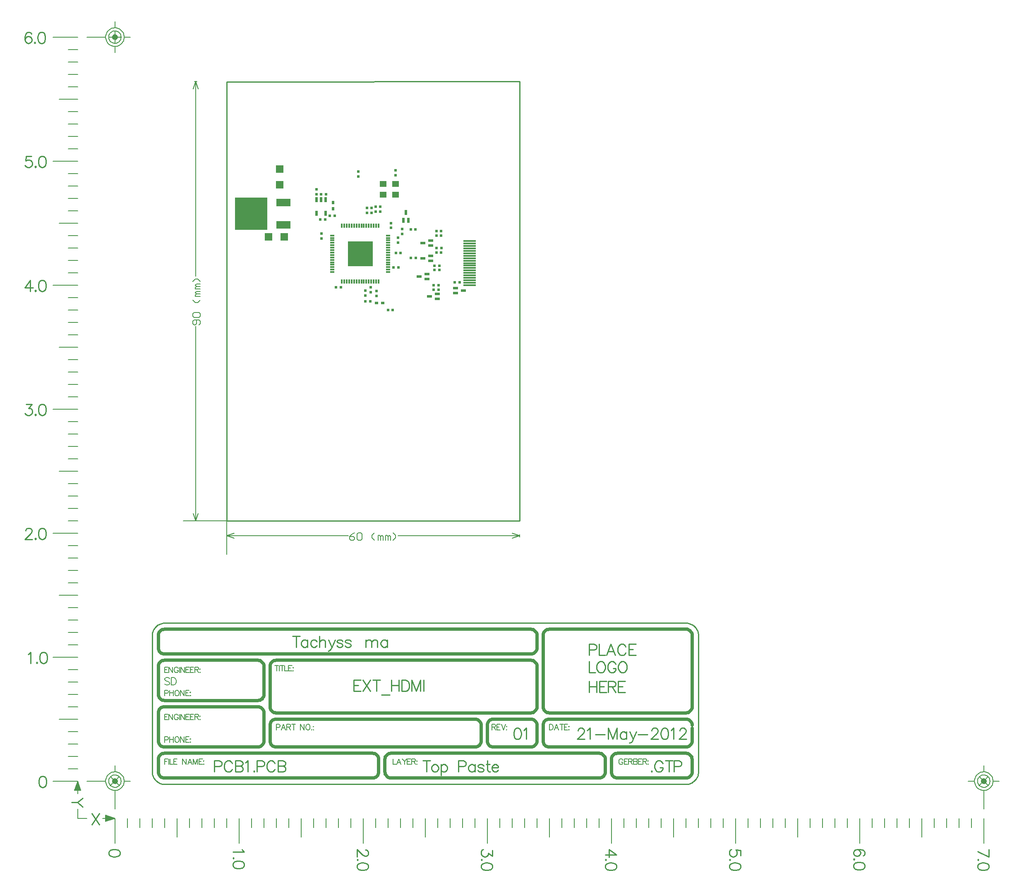
<source format=gtp>
%FSLAX44Y44*%
%MOMM*%
G71*
G01*
G75*
%ADD10R,0.5000X0.5000*%
%ADD11R,1.4000X1.2000*%
%ADD12R,0.5080X0.6350*%
%ADD13R,0.3000X0.9000*%
%ADD14R,0.9000X0.3000*%
%ADD15R,5.2000X5.2000*%
%ADD16R,1.6000X1.6000*%
%ADD17R,1.1000X0.6000*%
%ADD18R,6.7000X6.7000*%
%ADD19R,3.0000X1.6000*%
%ADD20R,2.6000X0.3000*%
%ADD21R,0.6350X0.5080*%
%ADD22R,0.6000X1.1000*%
%ADD23R,0.5000X1.0000*%
%ADD24C,0.5000*%
%ADD25C,0.3000*%
%ADD26C,0.2000*%
%ADD27C,0.2286*%
%ADD28C,0.6350*%
%ADD29C,0.2540*%
%ADD30C,0.2032*%
%ADD31C,0.2500*%
%ADD32C,0.1270*%
%ADD33C,0.1524*%
%ADD34C,2.4000*%
%ADD35R,1.6000X2.0000*%
%ADD36O,1.6000X2.0000*%
%ADD37C,6.0000*%
%ADD38C,2.3000*%
%ADD39C,3.3000*%
%ADD40C,2.0000*%
%ADD41R,2.0000X2.0000*%
%ADD42C,0.8000*%
%ADD43C,1.0000*%
%ADD44C,0.4000*%
D10*
X2255948Y2513648D02*
D03*
Y2523648D02*
D03*
X2246948Y2513648D02*
D03*
Y2523648D02*
D03*
X2228448Y2588648D02*
D03*
Y2598648D02*
D03*
X2398698Y2441648D02*
D03*
X2388698D02*
D03*
X2435948Y2371648D02*
D03*
X2425948D02*
D03*
X2318198Y2470398D02*
D03*
Y2480398D02*
D03*
X2183198Y2361648D02*
D03*
X2193198D02*
D03*
X2254448Y2351148D02*
D03*
Y2361148D02*
D03*
X2315448Y2431898D02*
D03*
X2305448D02*
D03*
X2295448Y2492898D02*
D03*
Y2482898D02*
D03*
X2170448Y2508148D02*
D03*
X2180448D02*
D03*
X2153198Y2471648D02*
D03*
Y2461648D02*
D03*
X2309698Y2453148D02*
D03*
Y2463148D02*
D03*
X2300698Y2402398D02*
D03*
X2310698D02*
D03*
X2243198Y2332898D02*
D03*
X2253198D02*
D03*
X2243448Y2354398D02*
D03*
Y2344398D02*
D03*
X2266448Y2353398D02*
D03*
Y2343398D02*
D03*
X2160948Y2499898D02*
D03*
X2150948D02*
D03*
X2143198Y2561898D02*
D03*
Y2551898D02*
D03*
X2152448Y2552148D02*
D03*
X2162448D02*
D03*
X2394448Y2396648D02*
D03*
X2384448D02*
D03*
X2394448Y2405648D02*
D03*
X2384448D02*
D03*
X2398448Y2466898D02*
D03*
X2388448D02*
D03*
X2304698Y2590648D02*
D03*
Y2600648D02*
D03*
X2273948Y2526398D02*
D03*
Y2516398D02*
D03*
X2264698Y2526648D02*
D03*
Y2516648D02*
D03*
X2299448Y2314648D02*
D03*
X2289448D02*
D03*
X2346448Y2421648D02*
D03*
X2336448D02*
D03*
X2345948Y2479648D02*
D03*
X2335948D02*
D03*
X2388448Y2476648D02*
D03*
X2398448D02*
D03*
X2383198Y2365648D02*
D03*
X2393198D02*
D03*
X2388448Y2432398D02*
D03*
X2398448D02*
D03*
X2383198Y2356648D02*
D03*
X2393198D02*
D03*
D11*
X2304698Y2573148D02*
D03*
Y2551148D02*
D03*
X2279298D02*
D03*
Y2573148D02*
D03*
D12*
X2177448Y2522198D02*
D03*
Y2534898D02*
D03*
D13*
X2245198Y2372898D02*
D03*
X2195198D02*
D03*
X2250198D02*
D03*
X2265197D02*
D03*
X2255197D02*
D03*
X2195198Y2487198D02*
D03*
X2200198Y2487198D02*
D03*
X2205198D02*
D03*
X2210198D02*
D03*
X2215198D02*
D03*
X2220198D02*
D03*
X2225198D02*
D03*
X2230198D02*
D03*
X2235198D02*
D03*
X2240198D02*
D03*
X2245198D02*
D03*
X2250198D02*
D03*
X2255197D02*
D03*
X2260197D02*
D03*
X2265197D02*
D03*
X2270197D02*
D03*
X2270197Y2372898D02*
D03*
X2260197D02*
D03*
X2240198D02*
D03*
X2235198D02*
D03*
X2230198D02*
D03*
X2225198D02*
D03*
X2220198D02*
D03*
X2215198D02*
D03*
X2210198D02*
D03*
X2205198D02*
D03*
X2200198D02*
D03*
D14*
X2175548Y2457548D02*
D03*
X2289848Y2462548D02*
D03*
Y2432548D02*
D03*
Y2402548D02*
D03*
Y2427548D02*
D03*
X2175548Y2392548D02*
D03*
Y2397548D02*
D03*
Y2402548D02*
D03*
Y2407548D02*
D03*
Y2412548D02*
D03*
Y2417548D02*
D03*
Y2422548D02*
D03*
Y2427548D02*
D03*
Y2432548D02*
D03*
Y2437548D02*
D03*
Y2442548D02*
D03*
Y2447548D02*
D03*
Y2452548D02*
D03*
Y2462548D02*
D03*
Y2467548D02*
D03*
X2289848D02*
D03*
Y2457548D02*
D03*
Y2452548D02*
D03*
Y2447548D02*
D03*
Y2442548D02*
D03*
Y2437548D02*
D03*
Y2422548D02*
D03*
Y2417548D02*
D03*
Y2412548D02*
D03*
Y2407548D02*
D03*
Y2397548D02*
D03*
Y2392548D02*
D03*
D15*
X2232698Y2430048D02*
D03*
D16*
X2044948Y2464648D02*
D03*
X2076948D02*
D03*
X2067698Y2603398D02*
D03*
Y2571398D02*
D03*
D17*
X2376698Y2446898D02*
D03*
Y2456898D02*
D03*
X2360698Y2451898D02*
D03*
X2427698Y2359898D02*
D03*
Y2349898D02*
D03*
X2443698Y2354898D02*
D03*
X2369448Y2378398D02*
D03*
X2376698Y2415898D02*
D03*
X2360698Y2420898D02*
D03*
X2376698Y2425898D02*
D03*
X2374448Y2342648D02*
D03*
X2390448Y2347648D02*
D03*
Y2337648D02*
D03*
X2353448Y2383398D02*
D03*
X2369448Y2388398D02*
D03*
D18*
X2009448Y2512148D02*
D03*
D19*
X2075948Y2535148D02*
D03*
Y2489148D02*
D03*
D20*
X2456348Y2450898D02*
D03*
Y2365898D02*
D03*
Y2370898D02*
D03*
Y2425898D02*
D03*
Y2455898D02*
D03*
Y2445898D02*
D03*
Y2385898D02*
D03*
Y2435898D02*
D03*
Y2440898D02*
D03*
Y2395898D02*
D03*
Y2400898D02*
D03*
Y2390898D02*
D03*
Y2380898D02*
D03*
Y2410898D02*
D03*
Y2420898D02*
D03*
Y2415898D02*
D03*
Y2405898D02*
D03*
Y2430898D02*
D03*
Y2375898D02*
D03*
D21*
X2278698Y2329148D02*
D03*
X2265998D02*
D03*
D22*
X2326448Y2514898D02*
D03*
X2331448Y2498898D02*
D03*
X2321448D02*
D03*
D23*
X2162198Y2512898D02*
D03*
X2143198D02*
D03*
X2162198Y2540898D02*
D03*
X2152698D02*
D03*
X2143198D02*
D03*
D26*
X2559398Y1850218D02*
Y1855298D01*
X1959398Y1850218D02*
Y1855298D01*
X2544158Y1847678D02*
X2559398Y1852758D01*
X2544158Y1857838D02*
X2559398Y1852758D01*
X1959398D02*
X1974638Y1847678D01*
X1959398Y1852758D02*
X1974638Y1857838D01*
X2310437Y1852758D02*
X2559398D01*
X1959398D02*
X2208359D01*
X1959398Y1814658D02*
Y1883238D01*
X1893358Y2783238D02*
X1898438D01*
X1893358Y1883238D02*
X1898438D01*
X1895898Y2783238D02*
X1900978Y2767998D01*
X1890818D02*
X1895898Y2783238D01*
Y1883238D02*
X1900978Y1898478D01*
X1890818D02*
X1895898Y1883238D01*
Y2384277D02*
Y2783238D01*
Y1883238D02*
Y2282199D01*
X1870498Y1883238D02*
X1959398D01*
D27*
X2829166Y1371065D02*
X2828078Y1369977D01*
X2829166Y1368888D01*
X2830255Y1369977D01*
X2829166Y1371065D01*
X2851586Y1386302D02*
X2850497Y1388478D01*
X2848321Y1390655D01*
X2846144Y1391743D01*
X2841791D01*
X2839614Y1390655D01*
X2837437Y1388478D01*
X2836349Y1386302D01*
X2835261Y1383036D01*
Y1377595D01*
X2836349Y1374330D01*
X2837437Y1372153D01*
X2839614Y1369977D01*
X2841791Y1368888D01*
X2846144D01*
X2848321Y1369977D01*
X2850497Y1372153D01*
X2851586Y1374330D01*
Y1377595D01*
X2846144D02*
X2851586D01*
X2864428Y1391743D02*
Y1368888D01*
X2856810Y1391743D02*
X2872047D01*
X2874767Y1379772D02*
X2884562D01*
X2887827Y1380860D01*
X2888916Y1381948D01*
X2890004Y1384125D01*
Y1387390D01*
X2888916Y1389567D01*
X2887827Y1390655D01*
X2884562Y1391743D01*
X2874767D01*
Y1368888D01*
X2101636Y1647013D02*
Y1624158D01*
X2094018Y1647013D02*
X2109254D01*
X2125035Y1639395D02*
Y1624158D01*
Y1636130D02*
X2122859Y1638306D01*
X2120682Y1639395D01*
X2117417D01*
X2115240Y1638306D01*
X2113064Y1636130D01*
X2111975Y1632865D01*
Y1630688D01*
X2113064Y1627423D01*
X2115240Y1625246D01*
X2117417Y1624158D01*
X2120682D01*
X2122859Y1625246D01*
X2125035Y1627423D01*
X2144190Y1636130D02*
X2142013Y1638306D01*
X2139837Y1639395D01*
X2136572D01*
X2134395Y1638306D01*
X2132218Y1636130D01*
X2131130Y1632865D01*
Y1630688D01*
X2132218Y1627423D01*
X2134395Y1625246D01*
X2136572Y1624158D01*
X2139837D01*
X2142013Y1625246D01*
X2144190Y1627423D01*
X2149088Y1647013D02*
Y1624158D01*
Y1635042D02*
X2152353Y1638306D01*
X2154529Y1639395D01*
X2157794D01*
X2159971Y1638306D01*
X2161059Y1635042D01*
Y1624158D01*
X2168134Y1639395D02*
X2174664Y1624158D01*
X2181194Y1639395D02*
X2174664Y1624158D01*
X2172487Y1619805D01*
X2170310Y1617628D01*
X2168134Y1616540D01*
X2167045D01*
X2196974Y1636130D02*
X2195886Y1638306D01*
X2192621Y1639395D01*
X2189356D01*
X2186091Y1638306D01*
X2185003Y1636130D01*
X2186091Y1633953D01*
X2188268Y1632865D01*
X2193709Y1631776D01*
X2195886Y1630688D01*
X2196974Y1628512D01*
Y1627423D01*
X2195886Y1625246D01*
X2192621Y1624158D01*
X2189356D01*
X2186091Y1625246D01*
X2185003Y1627423D01*
X2213735Y1636130D02*
X2212646Y1638306D01*
X2209382Y1639395D01*
X2206116D01*
X2202852Y1638306D01*
X2201763Y1636130D01*
X2202852Y1633953D01*
X2205028Y1632865D01*
X2210470Y1631776D01*
X2212646Y1630688D01*
X2213735Y1628512D01*
Y1627423D01*
X2212646Y1625246D01*
X2209382Y1624158D01*
X2206116D01*
X2202852Y1625246D01*
X2201763Y1627423D01*
X2243664Y1639395D02*
Y1624158D01*
Y1635042D02*
X2246929Y1638306D01*
X2249106Y1639395D01*
X2252371D01*
X2254548Y1638306D01*
X2255636Y1635042D01*
Y1624158D01*
Y1635042D02*
X2258901Y1638306D01*
X2261078Y1639395D01*
X2264343D01*
X2266519Y1638306D01*
X2267608Y1635042D01*
Y1624158D01*
X2287851Y1639395D02*
Y1624158D01*
Y1636130D02*
X2285674Y1638306D01*
X2283497Y1639395D01*
X2280232D01*
X2278056Y1638306D01*
X2275879Y1636130D01*
X2274791Y1632865D01*
Y1630688D01*
X2275879Y1627423D01*
X2278056Y1625246D01*
X2280232Y1624158D01*
X2283497D01*
X2285674Y1625246D01*
X2287851Y1627423D01*
X2233896Y1556843D02*
X2219748D01*
Y1533988D01*
X2233896D01*
X2219748Y1545960D02*
X2228454D01*
X2237705Y1556843D02*
X2252942Y1533988D01*
Y1556843D02*
X2237705Y1533988D01*
X2265676Y1556843D02*
Y1533988D01*
X2258057Y1556843D02*
X2273294D01*
X2276015Y1526370D02*
X2293428D01*
X2296367Y1556843D02*
Y1533988D01*
X2311603Y1556843D02*
Y1533988D01*
X2296367Y1545960D02*
X2311603D01*
X2317916Y1556843D02*
Y1533988D01*
Y1556843D02*
X2325534D01*
X2328799Y1555755D01*
X2330976Y1553578D01*
X2332064Y1551402D01*
X2333152Y1548136D01*
Y1542695D01*
X2332064Y1539430D01*
X2330976Y1537253D01*
X2328799Y1535076D01*
X2325534Y1533988D01*
X2317916D01*
X2338268Y1556843D02*
Y1533988D01*
Y1556843D02*
X2346974Y1533988D01*
X2355681Y1556843D02*
X2346974Y1533988D01*
X2355681Y1556843D02*
Y1533988D01*
X2362211Y1556843D02*
Y1533988D01*
X1933998Y1379772D02*
X1943793D01*
X1947058Y1380860D01*
X1948146Y1381948D01*
X1949234Y1384125D01*
Y1387390D01*
X1948146Y1389567D01*
X1947058Y1390655D01*
X1943793Y1391743D01*
X1933998D01*
Y1368888D01*
X1970675Y1386302D02*
X1969586Y1388478D01*
X1967410Y1390655D01*
X1965233Y1391743D01*
X1960880D01*
X1958703Y1390655D01*
X1956526Y1388478D01*
X1955438Y1386302D01*
X1954350Y1383036D01*
Y1377595D01*
X1955438Y1374330D01*
X1956526Y1372153D01*
X1958703Y1369977D01*
X1960880Y1368888D01*
X1965233D01*
X1967410Y1369977D01*
X1969586Y1372153D01*
X1970675Y1374330D01*
X1977096Y1391743D02*
Y1368888D01*
Y1391743D02*
X1986891D01*
X1990156Y1390655D01*
X1991244Y1389567D01*
X1992333Y1387390D01*
Y1385213D01*
X1991244Y1383036D01*
X1990156Y1381948D01*
X1986891Y1380860D01*
X1977096D02*
X1986891D01*
X1990156Y1379772D01*
X1991244Y1378683D01*
X1992333Y1376507D01*
Y1373241D01*
X1991244Y1371065D01*
X1990156Y1369977D01*
X1986891Y1368888D01*
X1977096D01*
X1997448Y1387390D02*
X1999624Y1388478D01*
X2002890Y1391743D01*
Y1368888D01*
X2015297Y1371065D02*
X2014208Y1369977D01*
X2015297Y1368888D01*
X2016385Y1369977D01*
X2015297Y1371065D01*
X2021391Y1379772D02*
X2031186D01*
X2034451Y1380860D01*
X2035540Y1381948D01*
X2036628Y1384125D01*
Y1387390D01*
X2035540Y1389567D01*
X2034451Y1390655D01*
X2031186Y1391743D01*
X2021391D01*
Y1368888D01*
X2058068Y1386302D02*
X2056980Y1388478D01*
X2054803Y1390655D01*
X2052627Y1391743D01*
X2048273D01*
X2046096Y1390655D01*
X2043920Y1388478D01*
X2042832Y1386302D01*
X2041743Y1383036D01*
Y1377595D01*
X2042832Y1374330D01*
X2043920Y1372153D01*
X2046096Y1369977D01*
X2048273Y1368888D01*
X2052627D01*
X2054803Y1369977D01*
X2056980Y1372153D01*
X2058068Y1374330D01*
X2064489Y1391743D02*
Y1368888D01*
Y1391743D02*
X2074285D01*
X2077549Y1390655D01*
X2078638Y1389567D01*
X2079726Y1387390D01*
Y1385213D01*
X2078638Y1383036D01*
X2077549Y1381948D01*
X2074285Y1380860D01*
X2064489D02*
X2074285D01*
X2077549Y1379772D01*
X2078638Y1378683D01*
X2079726Y1376507D01*
Y1373241D01*
X2078638Y1371065D01*
X2077549Y1369977D01*
X2074285Y1368888D01*
X2064489D01*
X2368336Y1391743D02*
Y1368888D01*
X2360718Y1391743D02*
X2375954D01*
X2384117Y1384125D02*
X2381940Y1383036D01*
X2379764Y1380860D01*
X2378675Y1377595D01*
Y1375418D01*
X2379764Y1372153D01*
X2381940Y1369977D01*
X2384117Y1368888D01*
X2387382D01*
X2389559Y1369977D01*
X2391735Y1372153D01*
X2392824Y1375418D01*
Y1377595D01*
X2391735Y1380860D01*
X2389559Y1383036D01*
X2387382Y1384125D01*
X2384117D01*
X2397830D02*
Y1361270D01*
Y1380860D02*
X2400007Y1383036D01*
X2402183Y1384125D01*
X2405448D01*
X2407625Y1383036D01*
X2409802Y1380860D01*
X2410890Y1377595D01*
Y1375418D01*
X2409802Y1372153D01*
X2407625Y1369977D01*
X2405448Y1368888D01*
X2402183D01*
X2400007Y1369977D01*
X2397830Y1372153D01*
X2433745Y1379772D02*
X2443540D01*
X2446805Y1380860D01*
X2447894Y1381948D01*
X2448982Y1384125D01*
Y1387390D01*
X2447894Y1389567D01*
X2446805Y1390655D01*
X2443540Y1391743D01*
X2433745D01*
Y1368888D01*
X2467157Y1384125D02*
Y1368888D01*
Y1380860D02*
X2464980Y1383036D01*
X2462804Y1384125D01*
X2459539D01*
X2457362Y1383036D01*
X2455185Y1380860D01*
X2454097Y1377595D01*
Y1375418D01*
X2455185Y1372153D01*
X2457362Y1369977D01*
X2459539Y1368888D01*
X2462804D01*
X2464980Y1369977D01*
X2467157Y1372153D01*
X2485224Y1380860D02*
X2484135Y1383036D01*
X2480870Y1384125D01*
X2477605D01*
X2474340Y1383036D01*
X2473252Y1380860D01*
X2474340Y1378683D01*
X2476517Y1377595D01*
X2481958Y1376507D01*
X2484135Y1375418D01*
X2485224Y1373241D01*
Y1372153D01*
X2484135Y1369977D01*
X2480870Y1368888D01*
X2477605D01*
X2474340Y1369977D01*
X2473252Y1372153D01*
X2493277Y1391743D02*
Y1373241D01*
X2494366Y1369977D01*
X2496542Y1368888D01*
X2498719D01*
X2490012Y1384125D02*
X2497631D01*
X2501984Y1377595D02*
X2515044D01*
Y1379772D01*
X2513956Y1381948D01*
X2512867Y1383036D01*
X2510691Y1384125D01*
X2507426D01*
X2505249Y1383036D01*
X2503072Y1380860D01*
X2501984Y1377595D01*
Y1375418D01*
X2503072Y1372153D01*
X2505249Y1369977D01*
X2507426Y1368888D01*
X2510691D01*
X2512867Y1369977D01*
X2515044Y1372153D01*
X2553303Y1458418D02*
X2550038Y1457330D01*
X2547861Y1454065D01*
X2546773Y1448623D01*
Y1445358D01*
X2547861Y1439917D01*
X2550038Y1436651D01*
X2553303Y1435563D01*
X2555479D01*
X2558744Y1436651D01*
X2560921Y1439917D01*
X2562009Y1445358D01*
Y1448623D01*
X2560921Y1454065D01*
X2558744Y1457330D01*
X2555479Y1458418D01*
X2553303D01*
X2567125Y1454065D02*
X2569301Y1455153D01*
X2572566Y1458418D01*
Y1435563D01*
X2701078Y1618531D02*
X2710873D01*
X2714138Y1619620D01*
X2715226Y1620708D01*
X2716314Y1622885D01*
Y1626150D01*
X2715226Y1628327D01*
X2714138Y1629415D01*
X2710873Y1630503D01*
X2701078D01*
Y1607648D01*
X2721430Y1630503D02*
Y1607648D01*
X2734490D01*
X2754406D02*
X2745699Y1630503D01*
X2736993Y1607648D01*
X2740258Y1615267D02*
X2751141D01*
X2776064Y1625061D02*
X2774976Y1627238D01*
X2772799Y1629415D01*
X2770623Y1630503D01*
X2766269D01*
X2764092Y1629415D01*
X2761916Y1627238D01*
X2760827Y1625061D01*
X2759739Y1621797D01*
Y1616355D01*
X2760827Y1613090D01*
X2761916Y1610913D01*
X2764092Y1608737D01*
X2766269Y1607648D01*
X2770623D01*
X2772799Y1608737D01*
X2774976Y1610913D01*
X2776064Y1613090D01*
X2796634Y1630503D02*
X2782485D01*
Y1607648D01*
X2796634D01*
X2782485Y1619620D02*
X2791192D01*
X2701078Y1594943D02*
Y1572088D01*
X2714138D01*
X2723171Y1594943D02*
X2720994Y1593855D01*
X2718818Y1591678D01*
X2717729Y1589501D01*
X2716641Y1586237D01*
Y1580795D01*
X2717729Y1577530D01*
X2718818Y1575353D01*
X2720994Y1573177D01*
X2723171Y1572088D01*
X2727524D01*
X2729701Y1573177D01*
X2731878Y1575353D01*
X2732966Y1577530D01*
X2734054Y1580795D01*
Y1586237D01*
X2732966Y1589501D01*
X2731878Y1591678D01*
X2729701Y1593855D01*
X2727524Y1594943D01*
X2723171D01*
X2755712Y1589501D02*
X2754624Y1591678D01*
X2752447Y1593855D01*
X2750271Y1594943D01*
X2745917D01*
X2743741Y1593855D01*
X2741564Y1591678D01*
X2740475Y1589501D01*
X2739387Y1586237D01*
Y1580795D01*
X2740475Y1577530D01*
X2741564Y1575353D01*
X2743741Y1573177D01*
X2745917Y1572088D01*
X2750271D01*
X2752447Y1573177D01*
X2754624Y1575353D01*
X2755712Y1577530D01*
Y1580795D01*
X2750271D02*
X2755712D01*
X2767466Y1594943D02*
X2765290Y1593855D01*
X2763113Y1591678D01*
X2762025Y1589501D01*
X2760936Y1586237D01*
Y1580795D01*
X2762025Y1577530D01*
X2763113Y1575353D01*
X2765290Y1573177D01*
X2767466Y1572088D01*
X2771820D01*
X2773996Y1573177D01*
X2776173Y1575353D01*
X2777261Y1577530D01*
X2778350Y1580795D01*
Y1586237D01*
X2777261Y1589501D01*
X2776173Y1591678D01*
X2773996Y1593855D01*
X2771820Y1594943D01*
X2767466D01*
X2701078Y1554303D02*
Y1531448D01*
X2716314Y1554303D02*
Y1531448D01*
X2701078Y1543420D02*
X2716314D01*
X2736775Y1554303D02*
X2722627D01*
Y1531448D01*
X2736775D01*
X2722627Y1543420D02*
X2731334D01*
X2740584Y1554303D02*
Y1531448D01*
Y1554303D02*
X2750379D01*
X2753644Y1553215D01*
X2754733Y1552127D01*
X2755821Y1549950D01*
Y1547773D01*
X2754733Y1545596D01*
X2753644Y1544508D01*
X2750379Y1543420D01*
X2740584D01*
X2748203D02*
X2755821Y1531448D01*
X2775085Y1554303D02*
X2760936D01*
Y1531448D01*
X2775085D01*
X2760936Y1543420D02*
X2769643D01*
X2678036Y1452977D02*
Y1454065D01*
X2679124Y1456242D01*
X2680213Y1457330D01*
X2682390Y1458418D01*
X2686743D01*
X2688919Y1457330D01*
X2690008Y1456242D01*
X2691096Y1454065D01*
Y1451888D01*
X2690008Y1449711D01*
X2687831Y1446447D01*
X2676948Y1435563D01*
X2692184D01*
X2697299Y1454065D02*
X2699476Y1455153D01*
X2702741Y1458418D01*
Y1435563D01*
X2714060Y1445358D02*
X2733650D01*
X2740398Y1458418D02*
Y1435563D01*
Y1458418D02*
X2749105Y1435563D01*
X2757811Y1458418D02*
X2749105Y1435563D01*
X2757811Y1458418D02*
Y1435563D01*
X2777401Y1450800D02*
Y1435563D01*
Y1447535D02*
X2775225Y1449711D01*
X2773048Y1450800D01*
X2769783D01*
X2767606Y1449711D01*
X2765430Y1447535D01*
X2764341Y1444270D01*
Y1442093D01*
X2765430Y1438828D01*
X2767606Y1436651D01*
X2769783Y1435563D01*
X2773048D01*
X2775225Y1436651D01*
X2777401Y1438828D01*
X2784584Y1450800D02*
X2791115Y1435563D01*
X2797644Y1450800D02*
X2791115Y1435563D01*
X2788938Y1431210D01*
X2786761Y1429033D01*
X2784584Y1427945D01*
X2783496D01*
X2801454Y1445358D02*
X2821044D01*
X2828880Y1452977D02*
Y1454065D01*
X2829968Y1456242D01*
X2831057Y1457330D01*
X2833233Y1458418D01*
X2837586D01*
X2839763Y1457330D01*
X2840851Y1456242D01*
X2841940Y1454065D01*
Y1451888D01*
X2840851Y1449711D01*
X2838675Y1446447D01*
X2827791Y1435563D01*
X2843028D01*
X2854673Y1458418D02*
X2851408Y1457330D01*
X2849232Y1454065D01*
X2848143Y1448623D01*
Y1445358D01*
X2849232Y1439917D01*
X2851408Y1436651D01*
X2854673Y1435563D01*
X2856850D01*
X2860115Y1436651D01*
X2862292Y1439917D01*
X2863380Y1445358D01*
Y1448623D01*
X2862292Y1454065D01*
X2860115Y1457330D01*
X2856850Y1458418D01*
X2854673D01*
X2868495Y1454065D02*
X2870672Y1455153D01*
X2873937Y1458418D01*
Y1435563D01*
X2886344Y1452977D02*
Y1454065D01*
X2887432Y1456242D01*
X2888521Y1457330D01*
X2890697Y1458418D01*
X2895051D01*
X2897227Y1457330D01*
X2898316Y1456242D01*
X2899404Y1454065D01*
Y1451888D01*
X2898316Y1449711D01*
X2896139Y1446447D01*
X2885256Y1435563D01*
X2900492D01*
X1664753Y1314913D02*
X1653869Y1306206D01*
X1641898D01*
X1664753Y1297500D02*
X1653869Y1306206D01*
X1683173Y1283793D02*
X1698409Y1260938D01*
Y1283793D02*
X1683173Y1260938D01*
X3261688Y1197078D02*
X3263864Y1198166D01*
X3264953Y1201431D01*
Y1203608D01*
X3263864Y1206873D01*
X3260599Y1209050D01*
X3255158Y1210138D01*
X3249716D01*
X3245363Y1209050D01*
X3243186Y1206873D01*
X3242098Y1203608D01*
Y1202520D01*
X3243186Y1199255D01*
X3245363Y1197078D01*
X3248628Y1195990D01*
X3249716D01*
X3252981Y1197078D01*
X3255158Y1199255D01*
X3256246Y1202520D01*
Y1203608D01*
X3255158Y1206873D01*
X3252981Y1209050D01*
X3249716Y1210138D01*
X3244274Y1189895D02*
X3243186Y1190983D01*
X3242098Y1189895D01*
X3243186Y1188807D01*
X3244274Y1189895D01*
X3264953Y1177270D02*
X3263864Y1180535D01*
X3260599Y1182712D01*
X3255158Y1183800D01*
X3251893D01*
X3246451Y1182712D01*
X3243186Y1180535D01*
X3242098Y1177270D01*
Y1175094D01*
X3243186Y1171829D01*
X3246451Y1169652D01*
X3251893Y1168564D01*
X3255158D01*
X3260599Y1169652D01*
X3263864Y1171829D01*
X3264953Y1175094D01*
Y1177270D01*
X2756953Y1199255D02*
X2741716Y1210138D01*
Y1193813D01*
X2756953Y1199255D02*
X2734098D01*
X2736274Y1188698D02*
X2735186Y1189786D01*
X2734098Y1188698D01*
X2735186Y1187609D01*
X2736274Y1188698D01*
X2756953Y1176073D02*
X2755864Y1179338D01*
X2752599Y1181515D01*
X2747158Y1182603D01*
X2743893D01*
X2738451Y1181515D01*
X2735186Y1179338D01*
X2734098Y1176073D01*
Y1173896D01*
X2735186Y1170631D01*
X2738451Y1168455D01*
X2743893Y1167366D01*
X2747158D01*
X2752599Y1168455D01*
X2755864Y1170631D01*
X2756953Y1173896D01*
Y1176073D01*
X2243511Y1209050D02*
X2244599D01*
X2246776Y1207962D01*
X2247864Y1206873D01*
X2248953Y1204696D01*
Y1200343D01*
X2247864Y1198166D01*
X2246776Y1197078D01*
X2244599Y1195990D01*
X2242423D01*
X2240246Y1197078D01*
X2236981Y1199255D01*
X2226098Y1210138D01*
Y1194901D01*
X2228274Y1188698D02*
X2227186Y1189786D01*
X2226098Y1188698D01*
X2227186Y1187609D01*
X2228274Y1188698D01*
X2248953Y1176073D02*
X2247864Y1179338D01*
X2244599Y1181515D01*
X2239158Y1182603D01*
X2235893D01*
X2230451Y1181515D01*
X2227186Y1179338D01*
X2226098Y1176073D01*
Y1173896D01*
X2227186Y1170631D01*
X2230451Y1168455D01*
X2235893Y1167366D01*
X2239158D01*
X2244599Y1168455D01*
X2247864Y1170631D01*
X2248953Y1173896D01*
Y1176073D01*
X1740953Y1203608D02*
X1739864Y1206873D01*
X1736599Y1209050D01*
X1731158Y1210138D01*
X1727893D01*
X1722451Y1209050D01*
X1719186Y1206873D01*
X1718098Y1203608D01*
Y1201431D01*
X1719186Y1198166D01*
X1722451Y1195990D01*
X1727893Y1194901D01*
X1731158D01*
X1736599Y1195990D01*
X1739864Y1198166D01*
X1740953Y1201431D01*
Y1203608D01*
X1990599Y1210138D02*
X1991688Y1207962D01*
X1994953Y1204696D01*
X1972098D01*
X1974274Y1192289D02*
X1973186Y1193378D01*
X1972098Y1192289D01*
X1973186Y1191201D01*
X1974274Y1192289D01*
X1994953Y1179665D02*
X1993864Y1182930D01*
X1990599Y1185106D01*
X1985158Y1186195D01*
X1981893D01*
X1976451Y1185106D01*
X1973186Y1182930D01*
X1972098Y1179665D01*
Y1177488D01*
X1973186Y1174223D01*
X1976451Y1172046D01*
X1981893Y1170958D01*
X1985158D01*
X1990599Y1172046D01*
X1993864Y1174223D01*
X1994953Y1177488D01*
Y1179665D01*
X2502953Y1207962D02*
Y1195990D01*
X2494246Y1202520D01*
Y1199255D01*
X2493158Y1197078D01*
X2492069Y1195990D01*
X2488804Y1194901D01*
X2486628D01*
X2483363Y1195990D01*
X2481186Y1198166D01*
X2480098Y1201431D01*
Y1204696D01*
X2481186Y1207962D01*
X2482274Y1209050D01*
X2484451Y1210138D01*
X2482274Y1188698D02*
X2481186Y1189786D01*
X2480098Y1188698D01*
X2481186Y1187609D01*
X2482274Y1188698D01*
X2502953Y1176073D02*
X2501864Y1179338D01*
X2498599Y1181515D01*
X2493158Y1182603D01*
X2489893D01*
X2484451Y1181515D01*
X2481186Y1179338D01*
X2480098Y1176073D01*
Y1173896D01*
X2481186Y1170631D01*
X2484451Y1168455D01*
X2489893Y1167366D01*
X2493158D01*
X2498599Y1168455D01*
X2501864Y1170631D01*
X2502953Y1173896D01*
Y1176073D01*
X3010953Y1197078D02*
Y1207962D01*
X3001158Y1209050D01*
X3002246Y1207962D01*
X3003334Y1204696D01*
Y1201431D01*
X3002246Y1198166D01*
X3000069Y1195990D01*
X2996805Y1194901D01*
X2994628D01*
X2991363Y1195990D01*
X2989186Y1198166D01*
X2988098Y1201431D01*
Y1204696D01*
X2989186Y1207962D01*
X2990274Y1209050D01*
X2992451Y1210138D01*
X2990274Y1188698D02*
X2989186Y1189786D01*
X2988098Y1188698D01*
X2989186Y1187609D01*
X2990274Y1188698D01*
X3010953Y1176073D02*
X3009865Y1179338D01*
X3006599Y1181515D01*
X3001158Y1182603D01*
X2997893D01*
X2992451Y1181515D01*
X2989186Y1179338D01*
X2988098Y1176073D01*
Y1173896D01*
X2989186Y1170631D01*
X2992451Y1168455D01*
X2997893Y1167366D01*
X3001158D01*
X3006599Y1168455D01*
X3009865Y1170631D01*
X3010953Y1173896D01*
Y1176073D01*
X3518953Y1194901D02*
X3496098Y1205785D01*
X3518953Y1210138D02*
Y1194901D01*
X3498275Y1188698D02*
X3497186Y1189786D01*
X3496098Y1188698D01*
X3497186Y1187609D01*
X3498275Y1188698D01*
X3518953Y1176073D02*
X3517864Y1179338D01*
X3514599Y1181515D01*
X3509158Y1182603D01*
X3505893D01*
X3500451Y1181515D01*
X3497186Y1179338D01*
X3496098Y1176073D01*
Y1173896D01*
X3497186Y1170631D01*
X3500451Y1168455D01*
X3505893Y1167366D01*
X3509158D01*
X3514599Y1168455D01*
X3517864Y1170631D01*
X3518953Y1173896D01*
Y1176073D01*
X1559708Y2629993D02*
X1548824D01*
X1547736Y2620198D01*
X1548824Y2621287D01*
X1552089Y2622375D01*
X1555354D01*
X1558619Y2621287D01*
X1560796Y2619110D01*
X1561884Y2615845D01*
Y2613668D01*
X1560796Y2610403D01*
X1558619Y2608227D01*
X1555354Y2607138D01*
X1552089D01*
X1548824Y2608227D01*
X1547736Y2609315D01*
X1546648Y2611491D01*
X1568088Y2609315D02*
X1567000Y2608227D01*
X1568088Y2607138D01*
X1569176Y2608227D01*
X1568088Y2609315D01*
X1580713Y2629993D02*
X1577448Y2628905D01*
X1575271Y2625640D01*
X1574183Y2620198D01*
Y2616933D01*
X1575271Y2611491D01*
X1577448Y2608227D01*
X1580713Y2607138D01*
X1582889D01*
X1586154Y2608227D01*
X1588331Y2611491D01*
X1589419Y2616933D01*
Y2620198D01*
X1588331Y2625640D01*
X1586154Y2628905D01*
X1582889Y2629993D01*
X1580713D01*
X1548824Y2121993D02*
X1560796D01*
X1554266Y2113286D01*
X1557531D01*
X1559708Y2112198D01*
X1560796Y2111110D01*
X1561884Y2107845D01*
Y2105668D01*
X1560796Y2102403D01*
X1558619Y2100226D01*
X1555354Y2099138D01*
X1552089D01*
X1548824Y2100226D01*
X1547736Y2101315D01*
X1546648Y2103492D01*
X1568088Y2101315D02*
X1567000Y2100226D01*
X1568088Y2099138D01*
X1569176Y2100226D01*
X1568088Y2101315D01*
X1580713Y2121993D02*
X1577448Y2120905D01*
X1575271Y2117640D01*
X1574183Y2112198D01*
Y2108933D01*
X1575271Y2103492D01*
X1577448Y2100226D01*
X1580713Y2099138D01*
X1582889D01*
X1586154Y2100226D01*
X1588331Y2103492D01*
X1589419Y2108933D01*
Y2112198D01*
X1588331Y2117640D01*
X1586154Y2120905D01*
X1582889Y2121993D01*
X1580713D01*
X1552998Y1609640D02*
X1555174Y1610728D01*
X1558439Y1613993D01*
Y1591138D01*
X1570846Y1593315D02*
X1569758Y1592227D01*
X1570846Y1591138D01*
X1571935Y1592227D01*
X1570846Y1593315D01*
X1583471Y1613993D02*
X1580206Y1612905D01*
X1578029Y1609640D01*
X1576941Y1604198D01*
Y1600933D01*
X1578029Y1595491D01*
X1580206Y1592227D01*
X1583471Y1591138D01*
X1585648D01*
X1588913Y1592227D01*
X1591089Y1595491D01*
X1592178Y1600933D01*
Y1604198D01*
X1591089Y1609640D01*
X1588913Y1612905D01*
X1585648Y1613993D01*
X1583471D01*
X1581753Y1359993D02*
X1578488Y1358905D01*
X1576311Y1355640D01*
X1575223Y1350198D01*
Y1346933D01*
X1576311Y1341492D01*
X1578488Y1338226D01*
X1581753Y1337138D01*
X1583929D01*
X1587194Y1338226D01*
X1589371Y1341492D01*
X1590459Y1346933D01*
Y1350198D01*
X1589371Y1355640D01*
X1587194Y1358905D01*
X1583929Y1359993D01*
X1581753D01*
X1547736Y1862552D02*
Y1863640D01*
X1548824Y1865817D01*
X1549913Y1866905D01*
X1552089Y1867993D01*
X1556443D01*
X1558619Y1866905D01*
X1559708Y1865817D01*
X1560796Y1863640D01*
Y1861463D01*
X1559708Y1859286D01*
X1557531Y1856022D01*
X1546648Y1845138D01*
X1561884D01*
X1568088Y1847315D02*
X1567000Y1846227D01*
X1568088Y1845138D01*
X1569176Y1846227D01*
X1568088Y1847315D01*
X1580713Y1867993D02*
X1577448Y1866905D01*
X1575271Y1863640D01*
X1574183Y1858198D01*
Y1854933D01*
X1575271Y1849491D01*
X1577448Y1846227D01*
X1580713Y1845138D01*
X1582889D01*
X1586154Y1846227D01*
X1588331Y1849491D01*
X1589419Y1854933D01*
Y1858198D01*
X1588331Y1863640D01*
X1586154Y1866905D01*
X1582889Y1867993D01*
X1580713D01*
X1557531Y2375993D02*
X1546648Y2360757D01*
X1562973D01*
X1557531Y2375993D02*
Y2353138D01*
X1568088Y2355315D02*
X1567000Y2354227D01*
X1568088Y2353138D01*
X1569176Y2354227D01*
X1568088Y2355315D01*
X1580713Y2375993D02*
X1577448Y2374905D01*
X1575271Y2371640D01*
X1574183Y2366198D01*
Y2362933D01*
X1575271Y2357491D01*
X1577448Y2354227D01*
X1580713Y2353138D01*
X1582889D01*
X1586154Y2354227D01*
X1588331Y2357491D01*
X1589419Y2362933D01*
Y2366198D01*
X1588331Y2371640D01*
X1586154Y2374905D01*
X1582889Y2375993D01*
X1580713D01*
X1559708Y2880728D02*
X1558619Y2882905D01*
X1555354Y2883993D01*
X1553178D01*
X1549913Y2882905D01*
X1547736Y2879640D01*
X1546648Y2874198D01*
Y2868756D01*
X1547736Y2864403D01*
X1549913Y2862227D01*
X1553178Y2861138D01*
X1554266D01*
X1557531Y2862227D01*
X1559708Y2864403D01*
X1560796Y2867668D01*
Y2868756D01*
X1559708Y2872021D01*
X1557531Y2874198D01*
X1554266Y2875287D01*
X1553178D01*
X1549913Y2874198D01*
X1547736Y2872021D01*
X1546648Y2868756D01*
X1566891Y2863315D02*
X1565802Y2862227D01*
X1566891Y2861138D01*
X1567979Y2862227D01*
X1566891Y2863315D01*
X1579516Y2883993D02*
X1576250Y2882905D01*
X1574074Y2879640D01*
X1572986Y2874198D01*
Y2870933D01*
X1574074Y2865492D01*
X1576250Y2862227D01*
X1579516Y2861138D01*
X1581692D01*
X1584957Y2862227D01*
X1587134Y2865492D01*
X1588222Y2870933D01*
Y2874198D01*
X1587134Y2879640D01*
X1584957Y2882905D01*
X1581692Y2883993D01*
X1579516D01*
D28*
X2270548Y1394288D02*
X2270304Y1396766D01*
X2269581Y1399148D01*
X2268407Y1401344D01*
X2266828Y1403268D01*
X2264903Y1404848D01*
X2262708Y1406021D01*
X2260325Y1406744D01*
X2257848Y1406988D01*
X2258143Y1356187D02*
X2260604Y1356395D01*
X2262973Y1357094D01*
X2265153Y1358255D01*
X2267054Y1359833D01*
X2268597Y1361761D01*
X2269721Y1363960D01*
X2270379Y1366341D01*
X2270543Y1368806D01*
X2295948Y1406988D02*
X2293470Y1406744D01*
X2291088Y1406021D01*
X2288892Y1404848D01*
X2286967Y1403268D01*
X2285388Y1401344D01*
X2284214Y1399148D01*
X2283492Y1396766D01*
X2283248Y1394288D01*
Y1368888D02*
X2283486Y1366438D01*
X2284193Y1364079D01*
X2285342Y1361902D01*
X2286889Y1359987D01*
X2288777Y1358406D01*
X2290934Y1357220D01*
X2293280Y1356472D01*
X2295726Y1356190D01*
X2734098Y1394288D02*
X2733854Y1396766D01*
X2733131Y1399148D01*
X2731957Y1401344D01*
X2730378Y1403268D01*
X2728453Y1404848D01*
X2726258Y1406021D01*
X2723875Y1406744D01*
X2721398Y1406988D01*
X2721693Y1356187D02*
X2724154Y1356395D01*
X2726523Y1357094D01*
X2728703Y1358255D01*
X2730604Y1359833D01*
X2732148Y1361761D01*
X2733271Y1363960D01*
X2733929Y1366341D01*
X2734093Y1368806D01*
X2746798Y1368634D02*
X2747042Y1366179D01*
X2747766Y1363821D01*
X2748941Y1361652D01*
X2750520Y1359757D01*
X2752442Y1358211D01*
X2754632Y1357074D01*
X2757002Y1356392D01*
X2759461Y1356190D01*
X2759498Y1406988D02*
X2757020Y1406744D01*
X2754637Y1406021D01*
X2752442Y1404848D01*
X2750517Y1403268D01*
X2748938Y1401344D01*
X2747764Y1399148D01*
X2747042Y1396766D01*
X2746798Y1394288D01*
X2035598Y1585042D02*
X2035358Y1587470D01*
X2034650Y1589805D01*
X2033500Y1591957D01*
X2031952Y1593843D01*
X2030066Y1595391D01*
X2027915Y1596541D01*
X2025580Y1597249D01*
X2023152Y1597488D01*
X2023406Y1514938D02*
X2025784Y1515172D01*
X2028071Y1515866D01*
X2030179Y1516993D01*
X2032027Y1518509D01*
X2033543Y1520357D01*
X2034670Y1522464D01*
X2035363Y1524752D01*
X2035598Y1527130D01*
Y1489792D02*
X2035348Y1492274D01*
X2034608Y1494655D01*
X2033409Y1496842D01*
X2031797Y1498745D01*
X2029839Y1500289D01*
X2027612Y1501411D01*
X2025206Y1502068D01*
X2022717Y1502231D01*
X2048298Y1501984D02*
X2048537Y1499556D01*
X2049245Y1497221D01*
X2050395Y1495069D01*
X2051943Y1493183D01*
X2053829Y1491636D01*
X2055981Y1490486D01*
X2058316Y1489777D01*
X2060744Y1489538D01*
X2048298Y1432134D02*
X2048537Y1429706D01*
X2049245Y1427371D01*
X2050395Y1425220D01*
X2051943Y1423333D01*
X2053829Y1421786D01*
X2055981Y1420636D01*
X2058316Y1419927D01*
X2060744Y1419688D01*
X2023152D02*
X2025580Y1419927D01*
X2027915Y1420636D01*
X2030066Y1421786D01*
X2031952Y1423333D01*
X2033500Y1425220D01*
X2034650Y1427371D01*
X2035358Y1429706D01*
X2035598Y1432134D01*
X2480098Y1464392D02*
X2479859Y1466820D01*
X2479150Y1469155D01*
X2478000Y1471307D01*
X2476452Y1473193D01*
X2474566Y1474741D01*
X2472415Y1475891D01*
X2470080Y1476599D01*
X2467652Y1476838D01*
Y1419688D02*
X2470106Y1419933D01*
X2472465Y1420656D01*
X2474634Y1421831D01*
X2476529Y1423411D01*
X2478075Y1425333D01*
X2479212Y1427522D01*
X2479894Y1429893D01*
X2480096Y1432351D01*
X2492798Y1432642D02*
X2493041Y1430143D01*
X2493762Y1427737D01*
X2494934Y1425516D01*
X2496512Y1423563D01*
X2498438Y1421950D01*
X2500638Y1420740D01*
X2503031Y1419977D01*
X2505526Y1419690D01*
X2504990Y1476838D02*
X2502533Y1476588D01*
X2500177Y1475848D01*
X2498018Y1474648D01*
X2496146Y1473039D01*
X2494636Y1471084D01*
X2493551Y1468866D01*
X2492936Y1466474D01*
X2492814Y1464008D01*
X2060998Y1476838D02*
X2058520Y1476594D01*
X2056138Y1475871D01*
X2053942Y1474698D01*
X2052017Y1473118D01*
X2050438Y1471194D01*
X2049264Y1468998D01*
X2048542Y1466616D01*
X2048298Y1464138D01*
X2060998Y1597488D02*
X2058520Y1597244D01*
X2056138Y1596521D01*
X2053942Y1595348D01*
X2052017Y1593768D01*
X2050438Y1591844D01*
X2049264Y1589648D01*
X2048542Y1587266D01*
X2048298Y1584788D01*
X1819698Y1432388D02*
X1819936Y1429938D01*
X1820643Y1427579D01*
X1821792Y1425402D01*
X1823339Y1423487D01*
X1825227Y1421906D01*
X1827384Y1420719D01*
X1829730Y1419971D01*
X1832176Y1419690D01*
X1832398Y1502238D02*
X1829920Y1501994D01*
X1827538Y1501271D01*
X1825342Y1500098D01*
X1823417Y1498518D01*
X1821838Y1496594D01*
X1820664Y1494398D01*
X1819942Y1492016D01*
X1819698Y1489538D01*
Y1527638D02*
X1819942Y1525161D01*
X1820664Y1522778D01*
X1821838Y1520582D01*
X1823417Y1518658D01*
X1825342Y1517079D01*
X1827538Y1515905D01*
X1829920Y1515182D01*
X1832398Y1514938D01*
Y1597488D02*
X1829920Y1597244D01*
X1827538Y1596521D01*
X1825342Y1595348D01*
X1823417Y1593768D01*
X1821838Y1591844D01*
X1820664Y1589648D01*
X1819942Y1587266D01*
X1819698Y1584788D01*
Y1622888D02*
X1819942Y1620410D01*
X1820664Y1618028D01*
X1821838Y1615832D01*
X1823417Y1613908D01*
X1825342Y1612328D01*
X1827538Y1611155D01*
X1829920Y1610432D01*
X1832398Y1610188D01*
Y1660988D02*
X1829920Y1660744D01*
X1827538Y1660021D01*
X1825342Y1658848D01*
X1823417Y1657268D01*
X1821838Y1655344D01*
X1820664Y1653148D01*
X1819942Y1650766D01*
X1819698Y1648288D01*
X2594398D02*
X2594154Y1650766D01*
X2593431Y1653148D01*
X2592257Y1655344D01*
X2590678Y1657268D01*
X2588753Y1658848D01*
X2586558Y1660021D01*
X2584175Y1660744D01*
X2581698Y1660988D01*
X2619798D02*
X2617320Y1660744D01*
X2614938Y1660021D01*
X2612742Y1658848D01*
X2610817Y1657268D01*
X2609238Y1655344D01*
X2608064Y1653148D01*
X2607342Y1650766D01*
X2607098Y1648288D01*
X2581698Y1610188D02*
X2584175Y1610432D01*
X2586558Y1611155D01*
X2588753Y1612328D01*
X2590678Y1613908D01*
X2592257Y1615832D01*
X2593431Y1618028D01*
X2594154Y1620410D01*
X2594398Y1622888D01*
Y1584788D02*
X2594154Y1587266D01*
X2593431Y1589648D01*
X2592257Y1591844D01*
X2590678Y1593768D01*
X2588753Y1595348D01*
X2586558Y1596521D01*
X2584175Y1597244D01*
X2581698Y1597488D01*
X1832398Y1406988D02*
X1829920Y1406744D01*
X1827538Y1406021D01*
X1825342Y1404848D01*
X1823417Y1403268D01*
X1821838Y1401344D01*
X1820664Y1399148D01*
X1819942Y1396766D01*
X1819698Y1394288D01*
X2581919Y1489538D02*
X2584366Y1489819D01*
X2586712Y1490567D01*
X2588870Y1491754D01*
X2590758Y1493335D01*
X2592305Y1495250D01*
X2593454Y1497428D01*
X2594161Y1499787D01*
X2594400Y1502238D01*
X1819698Y1368888D02*
X1819936Y1366438D01*
X1820643Y1364079D01*
X1821792Y1361902D01*
X1823339Y1359987D01*
X1825227Y1358406D01*
X1827384Y1357220D01*
X1829730Y1356472D01*
X1832176Y1356190D01*
X2594398Y1464392D02*
X2594159Y1466820D01*
X2593450Y1469155D01*
X2592300Y1471307D01*
X2590752Y1473193D01*
X2588866Y1474741D01*
X2586714Y1475891D01*
X2584380Y1476599D01*
X2581952Y1476838D01*
X2607098Y1432134D02*
X2607342Y1429679D01*
X2608066Y1427321D01*
X2609241Y1425152D01*
X2610820Y1423257D01*
X2612742Y1421711D01*
X2614932Y1420574D01*
X2617302Y1419892D01*
X2619761Y1419690D01*
X2581698Y1419688D02*
X2584175Y1419932D01*
X2586558Y1420655D01*
X2588753Y1421828D01*
X2590678Y1423408D01*
X2592257Y1425332D01*
X2593431Y1427528D01*
X2594154Y1429910D01*
X2594398Y1432388D01*
X2899198Y1356188D02*
X2901675Y1356432D01*
X2904058Y1357155D01*
X2906253Y1358329D01*
X2908178Y1359908D01*
X2909757Y1361832D01*
X2910931Y1364028D01*
X2911654Y1366411D01*
X2911898Y1368888D01*
X2911898Y1394510D02*
X2911617Y1396956D01*
X2910869Y1399302D01*
X2909682Y1401460D01*
X2908101Y1403348D01*
X2906186Y1404896D01*
X2904008Y1406045D01*
X2901649Y1406752D01*
X2899198Y1406991D01*
Y1419688D02*
X2901675Y1419932D01*
X2904058Y1420655D01*
X2906253Y1421828D01*
X2908178Y1423408D01*
X2909757Y1425332D01*
X2910931Y1427528D01*
X2911654Y1429910D01*
X2911898Y1432388D01*
Y1648542D02*
X2911648Y1651024D01*
X2910908Y1653405D01*
X2909709Y1655592D01*
X2908098Y1657495D01*
X2906139Y1659039D01*
X2903912Y1660161D01*
X2901506Y1660818D01*
X2899017Y1660981D01*
X2607098Y1502238D02*
X2607342Y1499760D01*
X2608064Y1497378D01*
X2609238Y1495182D01*
X2610817Y1493258D01*
X2612742Y1491678D01*
X2614938Y1490505D01*
X2617320Y1489782D01*
X2619798Y1489538D01*
X2899198D02*
X2901675Y1489782D01*
X2904058Y1490505D01*
X2906253Y1491678D01*
X2908178Y1493258D01*
X2909757Y1495182D01*
X2910931Y1497378D01*
X2911654Y1499760D01*
X2911898Y1502238D01*
X2619798Y1476838D02*
X2617320Y1476594D01*
X2614938Y1475871D01*
X2612742Y1474698D01*
X2610817Y1473118D01*
X2609238Y1471194D01*
X2608064Y1468998D01*
X2607342Y1466616D01*
X2607098Y1464138D01*
X2911898Y1464392D02*
X2911659Y1466820D01*
X2910950Y1469155D01*
X2909800Y1471307D01*
X2908252Y1473193D01*
X2906366Y1474741D01*
X2904214Y1475891D01*
X2901880Y1476599D01*
X2899452Y1476838D01*
X2607098Y1432388D02*
Y1464138D01*
X2911898Y1502238D02*
Y1648288D01*
X2607098Y1502238D02*
Y1648288D01*
X1819698Y1368888D02*
Y1394288D01*
X2911898Y1432388D02*
Y1457788D01*
Y1368888D02*
Y1394288D01*
X2594398Y1432388D02*
Y1464138D01*
X2492798Y1432388D02*
Y1464138D01*
X2048298Y1432388D02*
Y1464138D01*
X2480098Y1432388D02*
Y1464138D01*
X2048298Y1502238D02*
Y1584788D01*
X2594398Y1502238D02*
Y1584788D01*
Y1622888D02*
Y1648288D01*
X1819698Y1622888D02*
Y1648288D01*
X2035598Y1527638D02*
Y1584788D01*
X1819698Y1527638D02*
Y1584788D01*
X2035598Y1432388D02*
Y1489538D01*
X1819698Y1432388D02*
Y1489538D01*
X2746798Y1368888D02*
Y1394288D01*
X2734098Y1368888D02*
Y1394288D01*
X2283248Y1368888D02*
Y1394288D01*
X2270548Y1368888D02*
Y1394288D01*
X2619798Y1476838D02*
X2899198D01*
X2619798Y1489538D02*
X2899198D01*
X2060998D02*
X2581698D01*
X2619798Y1660988D02*
X2899198D01*
X2619798Y1419688D02*
X2899198D01*
X2505498Y1476838D02*
X2581698D01*
X2505498Y1419688D02*
X2581698D01*
X2060998D02*
X2467398D01*
X2060998Y1476838D02*
X2467398D01*
X2060998Y1597488D02*
X2581698D01*
X1832398Y1610188D02*
X2581698D01*
X1832398Y1597488D02*
X2022898D01*
X1832398Y1514938D02*
X2022898D01*
X1832398Y1502238D02*
X2022898D01*
X1832398Y1419688D02*
X2022898D01*
X1832398Y1660988D02*
X2581698D01*
X2759498Y1406988D02*
X2899198D01*
X2759498Y1356188D02*
X2899198D01*
X2295948Y1406988D02*
X2721398D01*
X1832398D02*
X2257848D01*
X1832398Y1356188D02*
X2257848D01*
X2295948D02*
X2721398D01*
D29*
X2924598Y1648288D02*
X2924475Y1650778D01*
X2924109Y1653243D01*
X2923504Y1655661D01*
X2922664Y1658008D01*
X2921599Y1660262D01*
X2920317Y1662400D01*
X2918832Y1664402D01*
X2917158Y1666249D01*
X2915311Y1667923D01*
X2913309Y1669408D01*
X2911171Y1670689D01*
X2908918Y1671755D01*
X2906571Y1672594D01*
X2904153Y1673200D01*
X2901687Y1673566D01*
X2899198Y1673688D01*
Y1343488D02*
X2901687Y1343610D01*
X2904153Y1343976D01*
X2906571Y1344582D01*
X2908918Y1345422D01*
X2911171Y1346487D01*
X2913309Y1347769D01*
X2915311Y1349254D01*
X2917158Y1350928D01*
X2918832Y1352775D01*
X2920317Y1354777D01*
X2921599Y1356915D01*
X2922664Y1359168D01*
X2923504Y1361515D01*
X2924109Y1363933D01*
X2924475Y1366398D01*
X2924598Y1368888D01*
X1806998Y1369142D02*
X1807119Y1366655D01*
X1807480Y1364192D01*
X1808078Y1361776D01*
X1808908Y1359428D01*
X1809961Y1357173D01*
X1811228Y1355029D01*
X1812697Y1353019D01*
X1814354Y1351161D01*
X1816183Y1349472D01*
X1818167Y1347968D01*
X1820288Y1346664D01*
X1822525Y1345571D01*
X1824857Y1344701D01*
X1827263Y1344060D01*
X1829720Y1343656D01*
X1832204Y1343492D01*
X1832398Y1673688D02*
X1829908Y1673566D01*
X1827442Y1673200D01*
X1825024Y1672594D01*
X1822677Y1671755D01*
X1820424Y1670689D01*
X1818286Y1669408D01*
X1816284Y1667923D01*
X1814437Y1666249D01*
X1812763Y1664402D01*
X1811278Y1662400D01*
X1809997Y1660262D01*
X1808931Y1658008D01*
X1808091Y1655661D01*
X1807486Y1653243D01*
X1807120Y1650778D01*
X1806998Y1648288D01*
Y1368888D02*
Y1648288D01*
X2924598Y1368888D02*
Y1648288D01*
X1832398Y1673688D02*
X2899198D01*
X1832398Y1343488D02*
X2899198D01*
D30*
X1734610Y1349836D02*
X1733719Y1352285D01*
X1731462Y1353588D01*
X1728895Y1353135D01*
X1727220Y1351139D01*
Y1348533D01*
X1728895Y1346536D01*
X1731462Y1346084D01*
X1733719Y1347387D01*
X1734610Y1349836D01*
X1733340D02*
X1732070Y1352035D01*
X1729530D01*
X1728260Y1349836D01*
X1729530Y1347636D01*
X1732070D01*
X1733340Y1349836D01*
X1735880D02*
X1735298Y1352196D01*
X1733686Y1354016D01*
X1731413Y1354879D01*
X1728999Y1354586D01*
X1726998Y1353204D01*
X1725868Y1351051D01*
Y1348620D01*
X1726998Y1346467D01*
X1728999Y1345086D01*
X1731413Y1344793D01*
X1733686Y1345655D01*
X1735298Y1347475D01*
X1735880Y1349836D01*
X1732070D02*
X1730165Y1350935D01*
Y1348736D01*
X1732070Y1349836D01*
X1731435D02*
X1730165D01*
X1731435D01*
X1749850D02*
X1749680Y1352375D01*
X1749173Y1354868D01*
X1748339Y1357272D01*
X1747191Y1359544D01*
X1745751Y1361642D01*
X1744044Y1363529D01*
X1742100Y1365172D01*
X1739955Y1366541D01*
X1737647Y1367613D01*
X1735216Y1368367D01*
X1732707Y1368790D01*
X1730164Y1368875D01*
X1727632Y1368620D01*
X1725156Y1368030D01*
X1722781Y1367116D01*
X1720550Y1365893D01*
X1718501Y1364383D01*
X1716672Y1362614D01*
X1715095Y1360617D01*
X1713798Y1358427D01*
X1712804Y1356084D01*
X1712132Y1353630D01*
X1711793Y1351108D01*
Y1348563D01*
X1712132Y1346041D01*
X1712804Y1343587D01*
X1713798Y1341244D01*
X1715095Y1339054D01*
X1716672Y1337057D01*
X1718501Y1335288D01*
X1720550Y1333779D01*
X1722781Y1332556D01*
X1725156Y1331641D01*
X1727632Y1331051D01*
X1730164Y1330796D01*
X1732707Y1330881D01*
X1735216Y1331305D01*
X1737647Y1332059D01*
X1739955Y1333130D01*
X1742100Y1334499D01*
X1744044Y1336142D01*
X1745751Y1338029D01*
X1747191Y1340127D01*
X1748339Y1342399D01*
X1749173Y1344803D01*
X1749680Y1347296D01*
X1749850Y1349836D01*
X1743500D02*
X1743240Y1352392D01*
X1742471Y1354844D01*
X1741224Y1357091D01*
X1739550Y1359041D01*
X1737518Y1360613D01*
X1735211Y1361745D01*
X1732723Y1362389D01*
X1730157Y1362519D01*
X1727617Y1362130D01*
X1725207Y1361238D01*
X1723026Y1359879D01*
X1721164Y1358108D01*
X1719696Y1355999D01*
X1718683Y1353638D01*
X1718165Y1351120D01*
Y1348551D01*
X1718683Y1346034D01*
X1719696Y1343672D01*
X1721164Y1341563D01*
X1723026Y1339793D01*
X1725207Y1338434D01*
X1727617Y1337541D01*
X1730157Y1337152D01*
X1732723Y1337282D01*
X1735211Y1337926D01*
X1737518Y1339058D01*
X1739550Y1340631D01*
X1741224Y1342581D01*
X1742471Y1344827D01*
X1743240Y1347279D01*
X1743500Y1349836D01*
X1743498Y2873838D02*
X1743238Y2876395D01*
X1742468Y2878846D01*
X1741221Y2881093D01*
X1739547Y2883043D01*
X1737516Y2884616D01*
X1735208Y2885748D01*
X1732721Y2886392D01*
X1730154Y2886522D01*
X1727614Y2886133D01*
X1725205Y2885240D01*
X1723024Y2883881D01*
X1721161Y2882111D01*
X1719693Y2880002D01*
X1718680Y2877640D01*
X1718163Y2875123D01*
Y2872553D01*
X1718680Y2870036D01*
X1719693Y2867675D01*
X1721161Y2865566D01*
X1723024Y2863795D01*
X1725205Y2862436D01*
X1727614Y2861544D01*
X1730154Y2861154D01*
X1732721Y2861284D01*
X1735208Y2861929D01*
X1737516Y2863060D01*
X1739548Y2864633D01*
X1741221Y2866583D01*
X1742468Y2868830D01*
X1743238Y2871282D01*
X1743498Y2873838D01*
X1735878D02*
X1735296Y2876199D01*
X1733683Y2878019D01*
X1731410Y2878881D01*
X1728996Y2878588D01*
X1726995Y2877207D01*
X1725865Y2875054D01*
Y2872622D01*
X1726995Y2870469D01*
X1728996Y2869088D01*
X1731410Y2868795D01*
X1733683Y2869657D01*
X1735296Y2871477D01*
X1735878Y2873838D01*
X1734608D02*
X1733716Y2876287D01*
X1731459Y2877590D01*
X1728893Y2877138D01*
X1727217Y2875141D01*
Y2872535D01*
X1728893Y2870539D01*
X1731459Y2870086D01*
X1733716Y2871389D01*
X1734608Y2873838D01*
X1733338D02*
X1732068Y2876038D01*
X1729528D01*
X1728258Y2873838D01*
X1729528Y2871638D01*
X1732068D01*
X1733338Y2873838D01*
X1732068D02*
X1730163Y2874938D01*
Y2872738D01*
X1732068Y2873838D01*
X1731433D02*
X1730163D01*
X1731433D01*
X1749848D02*
X1749678Y2876377D01*
X1749171Y2878871D01*
X1748336Y2881275D01*
X1747188Y2883546D01*
X1745748Y2885645D01*
X1744041Y2887532D01*
X1742098Y2889175D01*
X1739953Y2890544D01*
X1737644Y2891615D01*
X1735214Y2892369D01*
X1732704Y2892792D01*
X1730161Y2892878D01*
X1727629Y2892623D01*
X1725154Y2892033D01*
X1722779Y2891118D01*
X1720547Y2889895D01*
X1718499Y2888386D01*
X1716669Y2886617D01*
X1715092Y2884619D01*
X1713795Y2882430D01*
X1712802Y2880087D01*
X1712129Y2877633D01*
X1711790Y2875110D01*
Y2872566D01*
X1712129Y2870044D01*
X1712802Y2867589D01*
X1713795Y2865246D01*
X1715092Y2863057D01*
X1716669Y2861060D01*
X1718499Y2859290D01*
X1720547Y2857781D01*
X1722779Y2856558D01*
X1725154Y2855643D01*
X1727629Y2855053D01*
X1730161Y2854799D01*
X1732704Y2854884D01*
X1735214Y2855307D01*
X1737644Y2856061D01*
X1739953Y2857132D01*
X1742098Y2858502D01*
X1744041Y2860145D01*
X1745748Y2862032D01*
X1747188Y2864130D01*
X1748336Y2866401D01*
X1749171Y2868805D01*
X1749678Y2871299D01*
X1749848Y2873838D01*
X3511340Y1349836D02*
X3510070Y1352035D01*
X3507530D01*
X3506260Y1349836D01*
X3507530Y1347636D01*
X3510070D01*
X3511340Y1349836D01*
X3512610D02*
X3511719Y1352285D01*
X3509462Y1353588D01*
X3506895Y1353135D01*
X3505220Y1351139D01*
Y1348533D01*
X3506895Y1346536D01*
X3509462Y1346084D01*
X3511719Y1347387D01*
X3512610Y1349836D01*
X3513880D02*
X3513298Y1352196D01*
X3511686Y1354016D01*
X3509413Y1354879D01*
X3506999Y1354586D01*
X3504998Y1353204D01*
X3503868Y1351051D01*
Y1348620D01*
X3504998Y1346467D01*
X3506999Y1345086D01*
X3509413Y1344793D01*
X3511686Y1345655D01*
X3513298Y1347475D01*
X3513880Y1349836D01*
X3510070D02*
X3508165Y1350935D01*
Y1348736D01*
X3510070Y1349836D01*
X3509435D02*
X3508165D01*
X3509435D01*
X3527850D02*
X3527680Y1352375D01*
X3527173Y1354868D01*
X3526339Y1357272D01*
X3525191Y1359544D01*
X3523751Y1361642D01*
X3522043Y1363529D01*
X3520100Y1365172D01*
X3517955Y1366541D01*
X3515647Y1367613D01*
X3513216Y1368367D01*
X3510707Y1368790D01*
X3508164Y1368875D01*
X3505632Y1368620D01*
X3503156Y1368030D01*
X3500781Y1367116D01*
X3498550Y1365893D01*
X3496501Y1364383D01*
X3494672Y1362614D01*
X3493094Y1360617D01*
X3491798Y1358427D01*
X3490804Y1356084D01*
X3490132Y1353630D01*
X3489793Y1351108D01*
Y1348563D01*
X3490132Y1346041D01*
X3490804Y1343587D01*
X3491798Y1341244D01*
X3493094Y1339054D01*
X3494672Y1337057D01*
X3496501Y1335288D01*
X3498550Y1333779D01*
X3500781Y1332556D01*
X3503156Y1331641D01*
X3505632Y1331051D01*
X3508164Y1330796D01*
X3510707Y1330881D01*
X3513216Y1331305D01*
X3515647Y1332059D01*
X3517955Y1333130D01*
X3520100Y1334499D01*
X3522044Y1336142D01*
X3523751Y1338029D01*
X3525191Y1340127D01*
X3526339Y1342399D01*
X3527173Y1344803D01*
X3527680Y1347296D01*
X3527850Y1349836D01*
X3521500D02*
X3521240Y1352392D01*
X3520471Y1354844D01*
X3519224Y1357091D01*
X3517550Y1359041D01*
X3515518Y1360613D01*
X3513211Y1361745D01*
X3510723Y1362389D01*
X3508157Y1362519D01*
X3505617Y1362130D01*
X3503207Y1361238D01*
X3501027Y1359879D01*
X3499164Y1358108D01*
X3497696Y1355999D01*
X3496683Y1353638D01*
X3496165Y1351120D01*
Y1348551D01*
X3496683Y1346034D01*
X3497696Y1343672D01*
X3499164Y1341563D01*
X3501027Y1339793D01*
X3503207Y1338434D01*
X3505617Y1337541D01*
X3508157Y1337152D01*
X3510723Y1337282D01*
X3513211Y1337926D01*
X3515518Y1339058D01*
X3517550Y1340631D01*
X3519224Y1342581D01*
X3520471Y1344827D01*
X3521240Y1347279D01*
X3521500Y1349836D01*
X1715558Y1272495D02*
X1718860Y1273638D01*
X1715558Y1274781D02*
X1718860Y1273638D01*
X1712891Y1268685D02*
X1727623Y1273638D01*
X1712891Y1278591D02*
X1727623Y1273638D01*
X1714669Y1271225D02*
X1721781Y1273638D01*
X1714669Y1276051D02*
X1721781Y1273638D01*
X1654598Y1337900D02*
X1655741Y1334598D01*
X1653455D02*
X1654598Y1337900D01*
Y1346663D02*
X1659551Y1331931D01*
X1649645D02*
X1654598Y1346663D01*
Y1340821D02*
X1657011Y1333709D01*
X1652185D02*
X1654598Y1340821D01*
Y1343742D02*
X1658281Y1332820D01*
X1650915D02*
X1654598Y1343742D01*
X1648248Y1330788D02*
X1654598Y1349838D01*
X1660948Y1330788D01*
X1713780Y1269955D02*
X1724702Y1273638D01*
X1713780Y1277321D02*
X1724702Y1273638D01*
X1711748Y1279988D02*
X1730798Y1273638D01*
X1711748Y1267288D02*
X1730798Y1273638D01*
X3499908Y1358728D02*
X3508798Y1349838D01*
X3517688Y1340948D01*
X1721908Y1358728D02*
X1730798Y1349838D01*
X1739688Y1340948D01*
X3508798Y1349838D02*
X3517688Y1358728D01*
X3499908Y1340948D02*
X3508798Y1349838D01*
X1721908Y1340948D02*
X1730798Y1349838D01*
X1739688Y1358728D01*
X3508800Y1292686D02*
Y1330786D01*
Y1368886D02*
Y1381586D01*
X1730798Y2842088D02*
Y2854788D01*
Y2892888D02*
Y2905588D01*
Y2873838D02*
Y2886538D01*
Y2861138D02*
Y2873838D01*
X3508798Y1222838D02*
Y1273638D01*
X3483398Y1254588D02*
Y1273638D01*
X3457998Y1254588D02*
Y1273638D01*
X3432598Y1254588D02*
Y1273638D01*
X3407198Y1254588D02*
Y1273638D01*
X3381798Y1235538D02*
Y1273638D01*
X3356398Y1254588D02*
Y1273638D01*
X3330998Y1254588D02*
Y1273638D01*
X3305598Y1254588D02*
Y1273638D01*
X3280198Y1254588D02*
Y1273638D01*
X3254798Y1222838D02*
Y1273638D01*
X3229398Y1254588D02*
Y1273638D01*
X3203998Y1254588D02*
Y1273638D01*
X3178598Y1254588D02*
Y1273638D01*
X3153198Y1254588D02*
Y1273638D01*
X3127798Y1235538D02*
Y1273638D01*
X3102398Y1254588D02*
Y1273638D01*
X3076998Y1254588D02*
Y1273638D01*
X3051598Y1254588D02*
Y1273638D01*
X3026198Y1254588D02*
Y1273638D01*
X3000798Y1222838D02*
Y1273638D01*
X2975398Y1254588D02*
Y1273638D01*
X2949998Y1254588D02*
Y1273638D01*
X2924598Y1254588D02*
Y1273638D01*
X2899198Y1254588D02*
Y1273638D01*
X2873798Y1235538D02*
Y1273638D01*
X2848398Y1254588D02*
Y1273638D01*
X2822998Y1254588D02*
Y1273638D01*
X2797598Y1254588D02*
Y1273638D01*
X2772198Y1254588D02*
Y1273638D01*
X2746798Y1222838D02*
Y1273638D01*
X2721398Y1254588D02*
Y1273638D01*
X2695998Y1254588D02*
Y1273638D01*
X2670598Y1254588D02*
Y1273638D01*
X2645198Y1254588D02*
Y1273638D01*
X2619798Y1235538D02*
Y1273638D01*
X2594398Y1254588D02*
Y1273638D01*
X2568998Y1254588D02*
Y1273638D01*
X2543598Y1254588D02*
Y1273638D01*
X2518198Y1254588D02*
Y1273638D01*
X2492798Y1222838D02*
Y1273638D01*
X2467398Y1254588D02*
Y1273638D01*
X2441998Y1254588D02*
Y1273638D01*
X2416598Y1254588D02*
Y1273638D01*
X2391198Y1254588D02*
Y1273638D01*
X2365798Y1235538D02*
Y1273638D01*
X2340398Y1254588D02*
Y1273638D01*
X2314998Y1254588D02*
Y1273638D01*
X2289598Y1254588D02*
Y1273638D01*
X2264198Y1254588D02*
Y1273638D01*
X2238798Y1222838D02*
Y1273638D01*
X2213398Y1254588D02*
Y1273638D01*
X2187998Y1254588D02*
Y1273638D01*
X2162598Y1254588D02*
Y1273638D01*
X2137198Y1254588D02*
Y1273638D01*
X2111798Y1235538D02*
Y1273638D01*
X2086398Y1254588D02*
Y1273638D01*
X2060998Y1254588D02*
Y1273638D01*
X2035598Y1254588D02*
Y1273638D01*
X2010198Y1254588D02*
Y1273638D01*
X1984798Y1222838D02*
Y1273638D01*
X1959398Y1254588D02*
Y1273638D01*
X1933998Y1254588D02*
Y1273638D01*
X1908598Y1254588D02*
Y1273638D01*
X1883198Y1254588D02*
Y1273638D01*
X1857798Y1235538D02*
Y1273638D01*
X1832398Y1254588D02*
Y1273638D01*
X1806998Y1254588D02*
Y1273638D01*
X1781598Y1254588D02*
Y1273638D01*
X1756198Y1254588D02*
Y1273638D01*
X1730798Y1222838D02*
Y1273638D01*
X1715558Y1272495D02*
Y1274781D01*
X1712891Y1268685D02*
Y1278591D01*
X1714669Y1271225D02*
Y1276051D01*
X1654598Y1324438D02*
Y1330788D01*
X1713780Y1269955D02*
Y1277321D01*
X1711748Y1267288D02*
Y1279988D01*
X1654598Y1273638D02*
Y1292688D01*
X1730800Y1368886D02*
Y1381586D01*
Y1292686D02*
Y1330786D01*
X3527850Y1349836D02*
X3540550D01*
X3477050D02*
X3489750D01*
X1749848Y2873838D02*
X1762548D01*
X1673648D02*
X1711748D01*
X1718098D02*
X1730798D01*
X1743498D01*
X1603798D02*
X1654598D01*
X1635548Y2848438D02*
X1654598D01*
X1635548Y2823038D02*
X1654598D01*
X1635548Y2797638D02*
X1654598D01*
X1635548Y2772238D02*
X1654598D01*
X1616498Y2746838D02*
X1654598D01*
X1635548Y2721438D02*
X1654598D01*
X1635548Y2696038D02*
X1654598D01*
X1635548Y2670638D02*
X1654598D01*
X1635548Y2645238D02*
X1654598D01*
X1603798Y2619838D02*
X1654598D01*
X1635548Y2594438D02*
X1654598D01*
X1635548Y2569038D02*
X1654598D01*
X1635548Y2543638D02*
X1654598D01*
X1635548Y2518238D02*
X1654598D01*
X1616498Y2492838D02*
X1654598D01*
X1635548Y2467438D02*
X1654598D01*
X1635548Y2442038D02*
X1654598D01*
X1635548Y2416638D02*
X1654598D01*
X1635548Y2391238D02*
X1654598D01*
X1603798Y2365838D02*
X1654598D01*
X1635548Y2340438D02*
X1654598D01*
X1635548Y2315038D02*
X1654598D01*
X1635548Y2289638D02*
X1654598D01*
X1635548Y2264238D02*
X1654598D01*
X1616498Y2238838D02*
X1654598D01*
X1635548Y2213438D02*
X1654598D01*
X1635548Y2188038D02*
X1654598D01*
X1635548Y2162638D02*
X1654598D01*
X1635548Y2137238D02*
X1654598D01*
X1603798Y2111838D02*
X1654598D01*
X1635548Y2086438D02*
X1654598D01*
X1635548Y2061038D02*
X1654598D01*
X1635548Y2035638D02*
X1654598D01*
X1635548Y2010238D02*
X1654598D01*
X1616498Y1984838D02*
X1654598D01*
X1635548Y1959438D02*
X1654598D01*
X1635548Y1934038D02*
X1654598D01*
X1635548Y1908638D02*
X1654598D01*
X1635548Y1883238D02*
X1654598D01*
X1603798Y1857838D02*
X1654598D01*
X1635548Y1832438D02*
X1654598D01*
X1635548Y1807038D02*
X1654598D01*
X1635548Y1781638D02*
X1654598D01*
X1635548Y1756238D02*
X1654598D01*
X1616498Y1730838D02*
X1654598D01*
X1635548Y1705438D02*
X1654598D01*
X1635548Y1680038D02*
X1654598D01*
X1635548Y1654638D02*
X1654598D01*
X1635548Y1629238D02*
X1654598D01*
X1603798Y1603838D02*
X1654598D01*
X1635548Y1578438D02*
X1654598D01*
X1635548Y1553038D02*
X1654598D01*
X1635548Y1527638D02*
X1654598D01*
X1635548Y1502238D02*
X1654598D01*
X1616498Y1476838D02*
X1654598D01*
X1635548Y1451438D02*
X1654598D01*
X1635548Y1426038D02*
X1654598D01*
X1635548Y1400638D02*
X1654598D01*
X1635548Y1375238D02*
X1654598D01*
X1603798Y1349838D02*
X1654598D01*
X1705398Y1273638D02*
X1711748D01*
X1653455Y1334598D02*
X1655741D01*
X1649645Y1331931D02*
X1659551D01*
X1652185Y1333709D02*
X1657011D01*
X1650915Y1332820D02*
X1658281D01*
X1648248Y1330788D02*
X1660948D01*
X1654598Y1273638D02*
X1673648D01*
X1673650Y1349836D02*
X1711750D01*
X1749850D02*
X1762550D01*
X1842556Y1559748D02*
X1841104Y1561199D01*
X1838928Y1561925D01*
X1836026D01*
X1833849Y1561199D01*
X1832398Y1559748D01*
Y1558297D01*
X1833123Y1556846D01*
X1833849Y1556120D01*
X1835300Y1555395D01*
X1839653Y1553944D01*
X1841104Y1553218D01*
X1841830Y1552493D01*
X1842556Y1551042D01*
Y1548865D01*
X1841104Y1547414D01*
X1838928Y1546688D01*
X1836026D01*
X1833849Y1547414D01*
X1832398Y1548865D01*
X1845966Y1561925D02*
Y1546688D01*
Y1561925D02*
X1851044D01*
X1853221Y1561199D01*
X1854672Y1559748D01*
X1855398Y1558297D01*
X1856123Y1556120D01*
Y1552493D01*
X1855398Y1550316D01*
X1854672Y1548865D01*
X1853221Y1547414D01*
X1851044Y1546688D01*
X1845966D01*
D31*
X1959398Y1883238D02*
Y2782398D01*
X2559398Y1883238D02*
Y2783238D01*
X1959398Y2782398D02*
X2559398Y2783238D01*
X1959398Y1883238D02*
X2559398D01*
D32*
X2770200Y1392835D02*
X2769656Y1393923D01*
X2768568Y1395011D01*
X2767479Y1395556D01*
X2765303D01*
X2764214Y1395011D01*
X2763126Y1393923D01*
X2762582Y1392835D01*
X2762038Y1391202D01*
Y1388481D01*
X2762582Y1386849D01*
X2763126Y1385761D01*
X2764214Y1384672D01*
X2765303Y1384128D01*
X2767479D01*
X2768568Y1384672D01*
X2769656Y1385761D01*
X2770200Y1386849D01*
Y1388481D01*
X2767479D02*
X2770200D01*
X2779886Y1395556D02*
X2772812D01*
Y1384128D01*
X2779886D01*
X2772812Y1390114D02*
X2777166D01*
X2781791Y1395556D02*
Y1384128D01*
Y1395556D02*
X2786689D01*
X2788321Y1395011D01*
X2788865Y1394467D01*
X2789409Y1393379D01*
Y1392291D01*
X2788865Y1391202D01*
X2788321Y1390658D01*
X2786689Y1390114D01*
X2781791D01*
X2785600D02*
X2789409Y1384128D01*
X2791967Y1395556D02*
Y1384128D01*
Y1395556D02*
X2796865D01*
X2798497Y1395011D01*
X2799041Y1394467D01*
X2799585Y1393379D01*
Y1392291D01*
X2799041Y1391202D01*
X2798497Y1390658D01*
X2796865Y1390114D01*
X2791967D02*
X2796865D01*
X2798497Y1389570D01*
X2799041Y1389026D01*
X2799585Y1387937D01*
Y1386305D01*
X2799041Y1385217D01*
X2798497Y1384672D01*
X2796865Y1384128D01*
X2791967D01*
X2809217Y1395556D02*
X2802143D01*
Y1384128D01*
X2809217D01*
X2802143Y1390114D02*
X2806496D01*
X2811122Y1395556D02*
Y1384128D01*
Y1395556D02*
X2816019D01*
X2817652Y1395011D01*
X2818196Y1394467D01*
X2818740Y1393379D01*
Y1392291D01*
X2818196Y1391202D01*
X2817652Y1390658D01*
X2816019Y1390114D01*
X2811122D01*
X2814931D02*
X2818740Y1384128D01*
X2821842Y1391747D02*
X2821298Y1391202D01*
X2821842Y1390658D01*
X2822386Y1391202D01*
X2821842Y1391747D01*
Y1385217D02*
X2821298Y1384672D01*
X2821842Y1384128D01*
X2822386Y1384672D01*
X2821842Y1385217D01*
X1832398Y1395556D02*
Y1384128D01*
Y1395556D02*
X1839472D01*
X1832398Y1390114D02*
X1836751D01*
X1840778Y1395556D02*
Y1384128D01*
X1843172Y1395556D02*
Y1384128D01*
X1849702D01*
X1858028Y1395556D02*
X1850954D01*
Y1384128D01*
X1858028D01*
X1850954Y1390114D02*
X1855307D01*
X1868911Y1395556D02*
Y1384128D01*
Y1395556D02*
X1876530Y1384128D01*
Y1395556D02*
Y1384128D01*
X1888393D02*
X1884039Y1395556D01*
X1879686Y1384128D01*
X1881319Y1387937D02*
X1886760D01*
X1891059Y1395556D02*
Y1384128D01*
Y1395556D02*
X1895412Y1384128D01*
X1899766Y1395556D02*
X1895412Y1384128D01*
X1899766Y1395556D02*
Y1384128D01*
X1910105Y1395556D02*
X1903031D01*
Y1384128D01*
X1910105D01*
X1903031Y1390114D02*
X1907384D01*
X1912554Y1391747D02*
X1912010Y1391202D01*
X1912554Y1390658D01*
X1913098Y1391202D01*
X1912554Y1391747D01*
Y1385217D02*
X1912010Y1384672D01*
X1912554Y1384128D01*
X1913098Y1384672D01*
X1912554Y1385217D01*
X1839472Y1486996D02*
X1832398D01*
Y1475568D01*
X1839472D01*
X1832398Y1481554D02*
X1836751D01*
X1841376Y1486996D02*
Y1475568D01*
Y1486996D02*
X1848995Y1475568D01*
Y1486996D02*
Y1475568D01*
X1860314Y1484275D02*
X1859769Y1485363D01*
X1858681Y1486452D01*
X1857593Y1486996D01*
X1855416D01*
X1854328Y1486452D01*
X1853239Y1485363D01*
X1852695Y1484275D01*
X1852151Y1482642D01*
Y1479922D01*
X1852695Y1478289D01*
X1853239Y1477201D01*
X1854328Y1476112D01*
X1855416Y1475568D01*
X1857593D01*
X1858681Y1476112D01*
X1859769Y1477201D01*
X1860314Y1478289D01*
Y1479922D01*
X1857593D02*
X1860314D01*
X1862926Y1486996D02*
Y1475568D01*
X1865320Y1486996D02*
Y1475568D01*
Y1486996D02*
X1872938Y1475568D01*
Y1486996D02*
Y1475568D01*
X1883169Y1486996D02*
X1876095D01*
Y1475568D01*
X1883169D01*
X1876095Y1481554D02*
X1880448D01*
X1892148Y1486996D02*
X1885073D01*
Y1475568D01*
X1892148D01*
X1885073Y1481554D02*
X1889427D01*
X1894052Y1486996D02*
Y1475568D01*
Y1486996D02*
X1898950D01*
X1900582Y1486452D01*
X1901126Y1485907D01*
X1901671Y1484819D01*
Y1483731D01*
X1901126Y1482642D01*
X1900582Y1482098D01*
X1898950Y1481554D01*
X1894052D01*
X1897861D02*
X1901671Y1475568D01*
X1904772Y1483186D02*
X1904228Y1482642D01*
X1904772Y1482098D01*
X1905316Y1482642D01*
X1904772Y1483186D01*
Y1476656D02*
X1904228Y1476112D01*
X1904772Y1475568D01*
X1905316Y1476112D01*
X1904772Y1476656D01*
X2061632Y1586691D02*
Y1575263D01*
X2057823Y1586691D02*
X2065441D01*
X2066801D02*
Y1575263D01*
X2073005Y1586691D02*
Y1575263D01*
X2069196Y1586691D02*
X2076814D01*
X2078175D02*
Y1575263D01*
X2084705D01*
X2093031Y1586691D02*
X2085956D01*
Y1575263D01*
X2093031D01*
X2085956Y1581249D02*
X2090310D01*
X2095479Y1582881D02*
X2094935Y1582337D01*
X2095479Y1581793D01*
X2096023Y1582337D01*
X2095479Y1582881D01*
Y1576351D02*
X2094935Y1575807D01*
X2095479Y1575263D01*
X2096023Y1575807D01*
X2095479Y1576351D01*
X2060998Y1460055D02*
X2065895D01*
X2067528Y1460599D01*
X2068072Y1461143D01*
X2068616Y1462231D01*
Y1463864D01*
X2068072Y1464952D01*
X2067528Y1465497D01*
X2065895Y1466041D01*
X2060998D01*
Y1454613D01*
X2079880D02*
X2075527Y1466041D01*
X2071174Y1454613D01*
X2072806Y1458422D02*
X2078248D01*
X2082547Y1466041D02*
Y1454613D01*
Y1466041D02*
X2087444D01*
X2089077Y1465497D01*
X2089621Y1464952D01*
X2090165Y1463864D01*
Y1462776D01*
X2089621Y1461687D01*
X2089077Y1461143D01*
X2087444Y1460599D01*
X2082547D01*
X2086356D02*
X2090165Y1454613D01*
X2096532Y1466041D02*
Y1454613D01*
X2092723Y1466041D02*
X2100341D01*
X2110680D02*
Y1454613D01*
Y1466041D02*
X2118299Y1454613D01*
Y1466041D02*
Y1454613D01*
X2124720Y1466041D02*
X2123631Y1465497D01*
X2122543Y1464408D01*
X2121999Y1463320D01*
X2121455Y1461687D01*
Y1458967D01*
X2121999Y1457334D01*
X2122543Y1456246D01*
X2123631Y1455157D01*
X2124720Y1454613D01*
X2126897D01*
X2127985Y1455157D01*
X2129073Y1456246D01*
X2129617Y1457334D01*
X2130162Y1458967D01*
Y1461687D01*
X2129617Y1463320D01*
X2129073Y1464408D01*
X2127985Y1465497D01*
X2126897Y1466041D01*
X2124720D01*
X2133372Y1455701D02*
X2132828Y1455157D01*
X2133372Y1454613D01*
X2133916Y1455157D01*
X2133372Y1455701D01*
X2136964Y1462231D02*
X2136420Y1461687D01*
X2136964Y1461143D01*
X2137508Y1461687D01*
X2136964Y1462231D01*
Y1455701D02*
X2136420Y1455157D01*
X2136964Y1454613D01*
X2137508Y1455157D01*
X2136964Y1455701D01*
X1839472Y1583516D02*
X1832398D01*
Y1572088D01*
X1839472D01*
X1832398Y1578074D02*
X1836751D01*
X1841376Y1583516D02*
Y1572088D01*
Y1583516D02*
X1848995Y1572088D01*
Y1583516D02*
Y1572088D01*
X1860314Y1580795D02*
X1859769Y1581883D01*
X1858681Y1582971D01*
X1857593Y1583516D01*
X1855416D01*
X1854328Y1582971D01*
X1853239Y1581883D01*
X1852695Y1580795D01*
X1852151Y1579162D01*
Y1576441D01*
X1852695Y1574809D01*
X1853239Y1573721D01*
X1854328Y1572632D01*
X1855416Y1572088D01*
X1857593D01*
X1858681Y1572632D01*
X1859769Y1573721D01*
X1860314Y1574809D01*
Y1576441D01*
X1857593D02*
X1860314D01*
X1862926Y1583516D02*
Y1572088D01*
X1865320Y1583516D02*
Y1572088D01*
Y1583516D02*
X1872938Y1572088D01*
Y1583516D02*
Y1572088D01*
X1883169Y1583516D02*
X1876095D01*
Y1572088D01*
X1883169D01*
X1876095Y1578074D02*
X1880448D01*
X1892148Y1583516D02*
X1885073D01*
Y1572088D01*
X1892148D01*
X1885073Y1578074D02*
X1889427D01*
X1894052Y1583516D02*
Y1572088D01*
Y1583516D02*
X1898950D01*
X1900582Y1582971D01*
X1901126Y1582427D01*
X1901671Y1581339D01*
Y1580251D01*
X1901126Y1579162D01*
X1900582Y1578618D01*
X1898950Y1578074D01*
X1894052D01*
X1897861D02*
X1901671Y1572088D01*
X1904772Y1579707D02*
X1904228Y1579162D01*
X1904772Y1578618D01*
X1905316Y1579162D01*
X1904772Y1579707D01*
Y1573177D02*
X1904228Y1572632D01*
X1904772Y1572088D01*
X1905316Y1572632D01*
X1904772Y1573177D01*
X2299758Y1395556D02*
Y1384128D01*
X2306288D01*
X2316246D02*
X2311893Y1395556D01*
X2307539Y1384128D01*
X2309172Y1387937D02*
X2314613D01*
X2318912Y1395556D02*
X2323266Y1390114D01*
Y1384128D01*
X2327619Y1395556D02*
X2323266Y1390114D01*
X2336163Y1395556D02*
X2329088D01*
Y1384128D01*
X2336163D01*
X2329088Y1390114D02*
X2333442D01*
X2338067Y1395556D02*
Y1384128D01*
Y1395556D02*
X2342965D01*
X2344597Y1395011D01*
X2345141Y1394467D01*
X2345686Y1393379D01*
Y1392291D01*
X2345141Y1391202D01*
X2344597Y1390658D01*
X2342965Y1390114D01*
X2338067D01*
X2341876D02*
X2345686Y1384128D01*
X2348787Y1391747D02*
X2348243Y1391202D01*
X2348787Y1390658D01*
X2349332Y1391202D01*
X2348787Y1391747D01*
Y1385217D02*
X2348243Y1384672D01*
X2348787Y1384128D01*
X2349332Y1384672D01*
X2348787Y1385217D01*
X1832398Y1434655D02*
X1837295D01*
X1838928Y1435199D01*
X1839472Y1435743D01*
X1840016Y1436832D01*
Y1438464D01*
X1839472Y1439552D01*
X1838928Y1440096D01*
X1837295Y1440641D01*
X1832398D01*
Y1429213D01*
X1842574Y1440641D02*
Y1429213D01*
X1850192Y1440641D02*
Y1429213D01*
X1842574Y1435199D02*
X1850192D01*
X1856613Y1440641D02*
X1855525Y1440096D01*
X1854436Y1439008D01*
X1853892Y1437920D01*
X1853348Y1436287D01*
Y1433566D01*
X1853892Y1431934D01*
X1854436Y1430846D01*
X1855525Y1429757D01*
X1856613Y1429213D01*
X1858790D01*
X1859878Y1429757D01*
X1860967Y1430846D01*
X1861511Y1431934D01*
X1862055Y1433566D01*
Y1436287D01*
X1861511Y1437920D01*
X1860967Y1439008D01*
X1859878Y1440096D01*
X1858790Y1440641D01*
X1856613D01*
X1864721D02*
Y1429213D01*
Y1440641D02*
X1872340Y1429213D01*
Y1440641D02*
Y1429213D01*
X1882570Y1440641D02*
X1875496D01*
Y1429213D01*
X1882570D01*
X1875496Y1435199D02*
X1879849D01*
X1885019Y1436832D02*
X1884475Y1436287D01*
X1885019Y1435743D01*
X1885563Y1436287D01*
X1885019Y1436832D01*
Y1430302D02*
X1884475Y1429757D01*
X1885019Y1429213D01*
X1885563Y1429757D01*
X1885019Y1430302D01*
X1832398Y1529905D02*
X1837295D01*
X1838928Y1530449D01*
X1839472Y1530993D01*
X1840016Y1532081D01*
Y1533714D01*
X1839472Y1534802D01*
X1838928Y1535347D01*
X1837295Y1535891D01*
X1832398D01*
Y1524463D01*
X1842574Y1535891D02*
Y1524463D01*
X1850192Y1535891D02*
Y1524463D01*
X1842574Y1530449D02*
X1850192D01*
X1856613Y1535891D02*
X1855525Y1535347D01*
X1854436Y1534258D01*
X1853892Y1533170D01*
X1853348Y1531537D01*
Y1528817D01*
X1853892Y1527184D01*
X1854436Y1526096D01*
X1855525Y1525007D01*
X1856613Y1524463D01*
X1858790D01*
X1859878Y1525007D01*
X1860967Y1526096D01*
X1861511Y1527184D01*
X1862055Y1528817D01*
Y1531537D01*
X1861511Y1533170D01*
X1860967Y1534258D01*
X1859878Y1535347D01*
X1858790Y1535891D01*
X1856613D01*
X1864721D02*
Y1524463D01*
Y1535891D02*
X1872340Y1524463D01*
Y1535891D02*
Y1524463D01*
X1882570Y1535891D02*
X1875496D01*
Y1524463D01*
X1882570D01*
X1875496Y1530449D02*
X1879849D01*
X1885019Y1532081D02*
X1884475Y1531537D01*
X1885019Y1530993D01*
X1885563Y1531537D01*
X1885019Y1532081D01*
Y1525551D02*
X1884475Y1525007D01*
X1885019Y1524463D01*
X1885563Y1525007D01*
X1885019Y1525551D01*
X2502323Y1466041D02*
Y1454613D01*
Y1466041D02*
X2507220D01*
X2508853Y1465497D01*
X2509397Y1464952D01*
X2509941Y1463864D01*
Y1462776D01*
X2509397Y1461687D01*
X2508853Y1461143D01*
X2507220Y1460599D01*
X2502323D01*
X2506132D02*
X2509941Y1454613D01*
X2519573Y1466041D02*
X2512499D01*
Y1454613D01*
X2519573D01*
X2512499Y1460599D02*
X2516852D01*
X2521477Y1466041D02*
X2525831Y1454613D01*
X2530184Y1466041D02*
X2525831Y1454613D01*
X2532198Y1462231D02*
X2531653Y1461687D01*
X2532198Y1461143D01*
X2532742Y1461687D01*
X2532198Y1462231D01*
Y1455701D02*
X2531653Y1455157D01*
X2532198Y1454613D01*
X2532742Y1455157D01*
X2532198Y1455701D01*
X2619798Y1466041D02*
Y1454613D01*
Y1466041D02*
X2623607D01*
X2625239Y1465497D01*
X2626328Y1464408D01*
X2626872Y1463320D01*
X2627416Y1461687D01*
Y1458967D01*
X2626872Y1457334D01*
X2626328Y1456246D01*
X2625239Y1455157D01*
X2623607Y1454613D01*
X2619798D01*
X2638680D02*
X2634327Y1466041D01*
X2629973Y1454613D01*
X2631606Y1458422D02*
X2637048D01*
X2645156Y1466041D02*
Y1454613D01*
X2641347Y1466041D02*
X2648965D01*
X2657400D02*
X2650326D01*
Y1454613D01*
X2657400D01*
X2650326Y1460599D02*
X2654679D01*
X2659849Y1462231D02*
X2659305Y1461687D01*
X2659849Y1461143D01*
X2660393Y1461687D01*
X2659849Y1462231D01*
Y1455701D02*
X2659305Y1455157D01*
X2659849Y1454613D01*
X2660393Y1455157D01*
X2659849Y1455701D01*
D33*
X2221056Y1858852D02*
X2215977Y1856313D01*
X2210899Y1851234D01*
Y1846156D01*
X2213438Y1843617D01*
X2218516D01*
X2221056Y1846156D01*
Y1848695D01*
X2218516Y1851234D01*
X2210899D01*
X2226134Y1856313D02*
X2228673Y1858852D01*
X2233752D01*
X2236291Y1856313D01*
Y1846156D01*
X2233752Y1843617D01*
X2228673D01*
X2226134Y1846156D01*
Y1856313D01*
X2261682Y1843617D02*
X2256604Y1848695D01*
Y1853773D01*
X2261682Y1858852D01*
X2269300Y1843617D02*
Y1853773D01*
X2271839D01*
X2274378Y1851234D01*
Y1843617D01*
Y1851234D01*
X2276918Y1853773D01*
X2279457Y1851234D01*
Y1843617D01*
X2284535D02*
Y1853773D01*
X2287074D01*
X2289613Y1851234D01*
Y1843617D01*
Y1851234D01*
X2292153Y1853773D01*
X2294692Y1851234D01*
Y1843617D01*
X2299770D02*
X2304848Y1848695D01*
Y1853773D01*
X2299770Y1858852D01*
X1902500Y2284739D02*
X1905039Y2287278D01*
Y2292357D01*
X1902500Y2294896D01*
X1892343D01*
X1889804Y2292357D01*
Y2287278D01*
X1892343Y2284739D01*
X1894883D01*
X1897422Y2287278D01*
Y2294896D01*
X1892343Y2299974D02*
X1889804Y2302514D01*
Y2307592D01*
X1892343Y2310131D01*
X1902500D01*
X1905039Y2307592D01*
Y2302514D01*
X1902500Y2299974D01*
X1892343D01*
X1905039Y2335523D02*
X1899961Y2330445D01*
X1894883D01*
X1889804Y2335523D01*
X1905039Y2343140D02*
X1894883D01*
Y2345680D01*
X1897422Y2348219D01*
X1905039D01*
X1897422D01*
X1894883Y2350758D01*
X1897422Y2353297D01*
X1905039D01*
Y2358376D02*
X1894883D01*
Y2360915D01*
X1897422Y2363454D01*
X1905039D01*
X1897422D01*
X1894883Y2365993D01*
X1897422Y2368532D01*
X1905039D01*
Y2373611D02*
X1899961Y2378689D01*
X1894883D01*
X1889804Y2373611D01*
M02*

</source>
